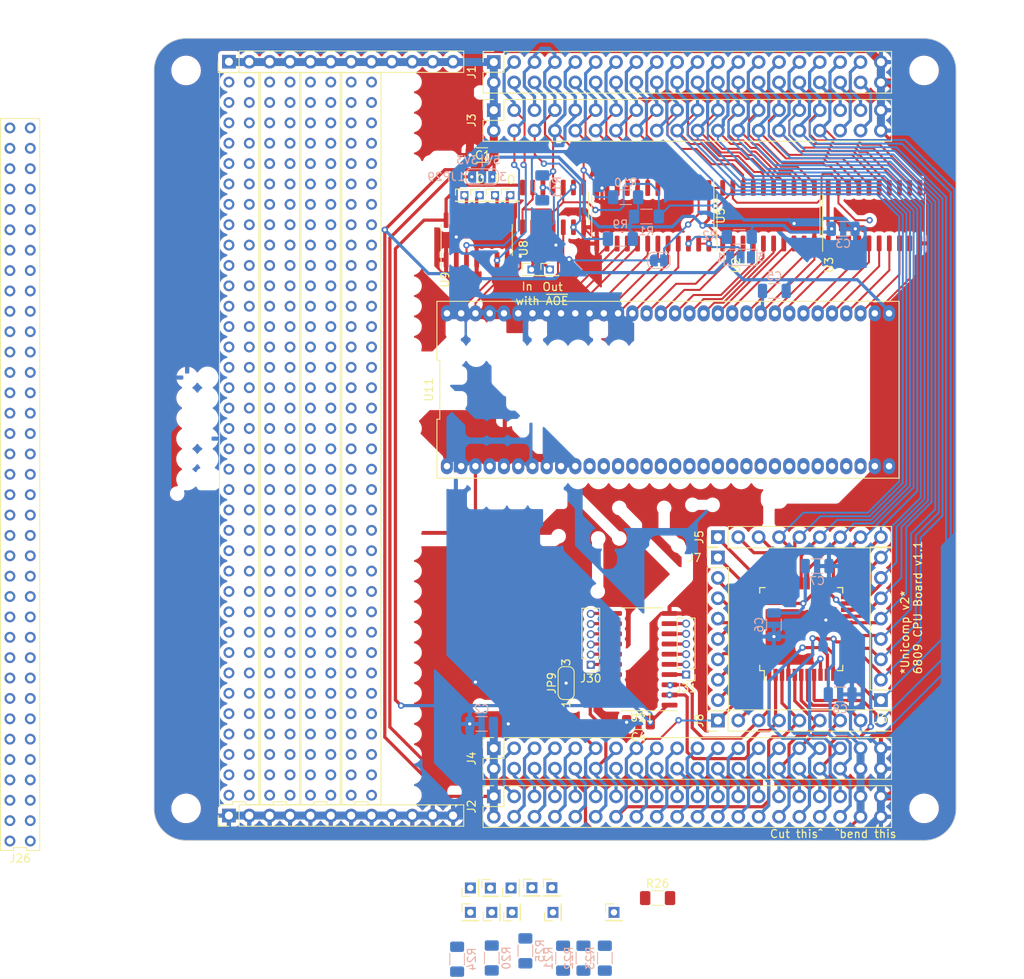
<source format=kicad_pcb>
(kicad_pcb (version 20221018) (generator pcbnew)
  (layers (0 "F.Cu" signal) (31 "B.Cu" signal) (34 "B.Paste" user) (35 "F.Paste" user) (36 "B.SilkS" user "B.Silkscreen") (37 "F.SilkS" user "F.Silkscreen") (38 "B.Mask" user) (39 "F.Mask" user) (44 "Edge.Cuts" user))
  (net 0 "")
  (net 1 "/~{RST}")
  (net 2 "/~{BUSFREE}")
  (net 3 "/~{RAMWE13}")
  (net 4 "/~{RAMWE12}")
  (net 5 "/~{RAMWE11}")
  (net 6 "/~{RAMWE10}")
  (net 7 "GND")
  (net 8 "/D7")
  (net 9 "/D6")
  (net 10 "/D5")
  (net 11 "/D4")
  (net 12 "/D3")
  (net 13 "/D2")
  (net 14 "/D1")
  (net 15 "/D0")
  (net 16 "+5V")
  (net 17 "/A15")
  (net 18 "/A14")
  (net 19 "/A13")
  (net 20 "/A12")
  (net 21 "/A11")
  (net 22 "/A10")
  (net 23 "/A9")
  (net 24 "/A8")
  (net 25 "/A7")
  (net 26 "/A6")
  (net 27 "/A5")
  (net 28 "/A4")
  (net 29 "/A3")
  (net 30 "/A2")
  (net 31 "/A1")
  (net 32 "/A0")
  (net 33 "/CD0")
  (net 34 "/CD1")
  (net 35 "/CD2")
  (net 36 "/CD3")
  (net 37 "/CD4")
  (net 38 "/CD5")
  (net 39 "/CD6")
  (net 40 "/CD7")
  (net 41 "/CA0")
  (net 42 "/CA1")
  (net 43 "/CA2")
  (net 44 "/CA3")
  (net 45 "/CA4")
  (net 46 "/CA5")
  (net 47 "/CA6")
  (net 48 "/CA7")
  (net 49 "/CA8")
  (net 50 "/CA9")
  (net 51 "/CA10")
  (net 52 "/CA11")
  (net 53 "/CA12")
  (net 54 "/CA13")
  (net 55 "/CA14")
  (net 56 "/CA15")
  (net 57 "/~{RAMWE9}")
  (net 58 "/~{RAMWE8}")
  (net 59 "/~{RAMWE7}")
  (net 60 "/~{RAMWE6}")
  (net 61 "/~{RAMWE5}")
  (net 62 "/~{RAMWE4}")
  (net 63 "/TDI")
  (net 64 "/TMS")
  (net 65 "/TCK")
  (net 66 "+3V3")
  (net 67 "/TDO")
  (net 68 "/CLKF")
  (net 69 "/~{RAMWE3}")
  (net 70 "/~{RAMWE2}")
  (net 71 "/~{RAMWE1}")
  (net 72 "/~{RAMWE0}")
  (net 73 "/DDIR")
  (net 74 "/CLKS")
  (net 75 "/MOSI")
  (net 76 "/SCK")
  (net 77 "/~{IOWR}")
  (net 78 "/~{MWR}")
  (net 79 "/~{MRD}")
  (net 80 "/R{slash}~{W}_e")
  (net 81 "/~{IORD}")
  (net 82 "/RX1")
  (net 83 "/RES1")
  (net 84 "/TX1")
  (net 85 "/RES0")
  (net 86 "/TX3")
  (net 87 "/RX3")
  (net 88 "/TX2")
  (net 89 "/RX2")
  (net 169 "/Bus/TDRTN")
  (net 175 "/Bus/A16")
  (net 176 "/Bus/A17")
  (net 177 "/Bus/A18")
  (net 178 "/Bus/A19")
  (net 383 "/~{WR}c")
  (net 384 "/~{AOE}")
  (net 385 "/~{DOE}")
  (net 386 "/~{RD}c")
  (net 387 "Net-(J30-Pin_3)")
  (net 388 "Net-(J30-Pin_4)")
  (net 389 "Net-(J30-Pin_5)")
  (net 390 "Net-(J30-Pin_6)")
  (net 391 "Net-(J31-Pin_3)")
  (net 392 "Net-(J31-Pin_4)")
  (net 393 "Net-(J31-Pin_5)")
  (net 394 "Net-(J31-Pin_6)")
  (net 395 "/R{slash}~{W}")
  (net 396 "/IO0")
  (net 397 "/IO1")
  (net 398 "/IO2")
  (net 399 "/IO3")
  (net 400 "/~{NMI}")
  (net 403 "/~{HALT}")
  (net 405 "/BA")
  (net 406 "/BUSY")
  (net 407 "/Q")
  (net 408 "/E")
  (net 415 "/AVMA")
  (net 416 "/Qe")
  (net 417 "/Ee")
  (net 418 "/PHI0")
  (net 419 "/~{PHI0}")
  (net 420 "/PHI0_c")
  (net 421 "/~{PHI0_c}")
  (net 424 "/Ec")
  (net 425 "/Qc")
  (net 428 "/Buffers/VBuffer")
  (net 429 "Net-(J10-Pin_1)")
  (net 430 "Net-(J11-Pin_1)")
  (net 431 "Net-(J12-Pin_1)")
  (net 432 "Net-(J13-Pin_1)")
  (net 433 "Net-(J14-Pin_1)")
  (net 434 "Net-(J15-Pin_1)")
  (net 435 "Net-(JP8-C)")
  (net 436 "/~{IRQ1}")
  (net 437 "/~{IRQ2}")
  (net 530 "Net-(J30-Pin_1)")
  (net 531 "Net-(J30-Pin_2)")
  (net 532 "Net-(J31-Pin_1)")
  (net 533 "Net-(J31-Pin_2)")
  (net 534 "Net-(JP9-C)")
  (footprint "Connector_PinHeader_2.54mm:PinHeader_1x09_P2.54mm_Vertical" (layer "F.Cu") (at 167.64 130.389005 90)
    (fp_text reference "J8")
    (fp_text value "Conn_01x09")
  )
  (footprint "Jumper:SolderJumper-3_P1.3mm_Open_RoundedPad1.0x1.5mm_NumberLabels" (layer "F.Cu") (at 148.717 125.73 90)
    (fp_text reference "JP9")
    (fp_text value "SolderJumper_3_Open")
  )
  (footprint "Connector_PinHeader_1.27mm:PinHeader_1x01_P1.27mm_Vertical" (layer "F.Cu") (at 136.0424 64.897)
    (fp_text reference "J13" hide)
    (fp_text value "Conn_01x01")
  )
  (footprint "Connector_PinSocket_2.54mm:PinSocket_2x20_P2.54mm_Vertical" (layer "F.Cu") (at 139.7 48.303005 90)
    (fp_text reference "J1")
    (fp_text value "BUS")
  )
  (footprint "Connector_PinHeader_1.27mm:PinHeader_1x01_P1.27mm_Vertical" (layer "F.Cu") (at 141.7574 64.897)
    (fp_text reference "J14" hide)
    (fp_text value "Conn_01x01")
  )
  (footprint "Connector_PinHeader_2.00mm:PinHeader_1x01_P2.00mm_Vertical" (layer "F.Cu") (at 136.779 151.257 90)
    (fp_text reference "J9" hide)
    (fp_text value ".")
  )
  (footprint "Connector_PinHeader_1.27mm:PinHeader_1x01_P1.27mm_Vertical" (layer "F.Cu") (at 144.399 74.168)
    (fp_text reference "J11" hide)
    (fp_text value "Conn_01x01")
  )
  (footprint "Connector_PinHeader_1.27mm:PinHeader_1x06_P1.27mm_Vertical" (layer "F.Cu") (at 163.6776 124.6632 180)
    (fp_text reference "J31")
    (fp_text value "Conn_01x06")
  )
  (footprint "Package_SO:SO-20_5.3x12.6mm_P1.27mm" (layer "F.Cu") (at 187.108172 67.439723 90)
    (fp_text reference "U3")
    (fp_text value "SN74LVC245ANSR")
  )
  (footprint "Connector_PinHeader_2.54mm:PinHeader_1x09_P2.54mm_Vertical" (layer "F.Cu") (at 167.64 107.529005 90)
    (fp_text reference "J5")
    (fp_text value "Conn_01x09")
  )
  (footprint "Connector_PinSocket_2.54mm:PinSocket_2x20_P2.54mm_Vertical" (layer "F.Cu") (at 139.7 133.849005 90)
    (fp_text reference "J4")
    (fp_text value "BUS")
  )
  (footprint "Capacitor_SMD:C_1206_3216Metric" (layer "F.Cu") (at 157.7358 130.6068 180)
    (fp_text reference "C4")
    (fp_text value "100n")
  )
  (footprint "my_own_conn:Proto_2x36" (layer "F.Cu") (at 118.11 95.25)
    (fp_text reference "J24" hide)
    (fp_text value "Conn_02x36_Counter_Clockwise" hide)
  )
  (footprint "Resistor_SMD:R_1206_3216Metric_Pad1.30x1.75mm_HandSolder" (layer "F.Cu") (at 160.121 152.527)
    (fp_text reference "R26")
    (fp_text value "2k2")
  )
  (footprint "Package_SO:SO-20_5.3x12.6mm_P1.27mm" (layer "F.Cu") (at 158.1485 122.7582 180)
    (fp_text reference "U21")
    (fp_text value "SN74LVC245ANSR")
  )
  (footprint "my_own_conn:DIP-64_W19.05mm_P1.77" (layer "F.Cu") (at 133.858 98.679 90)
    (fp_text reference "U11")
    (fp_text value "HD6303XP")
  )
  (footprint "Connector_PinHeader_2.00mm:PinHeader_1x01_P2.00mm_Vertical" (layer "F.Cu") (at 139.446 154.305 90)
    (fp_text reference "J32" hide)
    (fp_text value ".")
  )
  (footprint "Connector_PinHeader_2.00mm:PinHeader_1x01_P2.00mm_Vertical" (layer "F.Cu") (at 139.2682 151.2824)
    (fp_text reference "J16" hide)
    (fp_text value ".")
  )
  (footprint "Connector_PinHeader_1.27mm:PinHeader_1x01_P1.27mm_Vertical" (layer "F.Cu") (at 137.9474 64.897)
    (fp_text reference "J15" hide)
    (fp_text value "Conn_01x01")
  )
  (footprint "Connector_PinHeader_2.00mm:PinHeader_1x01_P2.00mm_Vertical" (layer "F.Cu") (at 154.686 154.305)
    (fp_text reference "J19" hide)
    (fp_text value ".")
  )
  (footprint "Connector_PinHeader_2.00mm:PinHeader_1x01_P2.00mm_Vertical" (layer "F.Cu") (at 147.08 154.305 90)
    (fp_text reference "J29" hide)
    (fp_text value ".")
  )
  (footprint "Connector_PinHeader_2.54mm:PinHeader_1x12_P2.54mm_Vertical" (layer "F.Cu") (at 106.68 142.24 90)
    (fp_text reference "J20" hide)
    (fp_text value "Conn_01x12" hide)
  )
  (footprint "my_own_conn:Proto_2x36" (layer "F.Cu") (at 123.19 95.25)
    (fp_text reference "J25" hide)
    (fp_text value "Conn_02x36_Counter_Clockwise" hide)
  )
  (footprint "Connector_PinHeader_2.00mm:PinHeader_1x01_P2.00mm_Vertical" (layer "F.Cu") (at 136.779 154.305)
    (fp_text reference "J33" hide)
    (fp_text value ".")
  )
  (footprint "Connector_PinSocket_2.54mm:PinSocket_2x20_P2.54mm_Vertical" (layer "F.Cu") (at 139.7 139.849005 90)
    (fp_text reference "J2")
    (fp_text value "BUS")
  )
  (footprint "Connector_PinHeader_1.27mm:PinHeader_1x06_P1.27mm_Vertical" (layer "F.Cu") (at 151.7904 123.444 180)
    (fp_text reference "J30")
    (fp_text value "Conn_01x06")
  )
  (footprint "Connector_PinHeader_2.54mm:PinHeader_1x08_P2.54mm_Vertical" (layer "F.Cu") (at 187.96 127.849005 180)
    (fp_text reference "J6")
    (fp_text value "Conn_01x08")
  )
  (footprint "Package_SO:SO-20_5.3x12.6mm_P1.27mm" (layer "F.Cu") (at 173.950972 67.455923 90)
    (fp_text reference "U2")
    (fp_text value "SN74LVC245ANSR")
  )
  (footprint "MountingHole:MountingHole_3.2mm_M3" (layer "F.Cu") (at 193.34 49.346005)
    (fp_text reference "H3" hide)
    (fp_text value "MountingHole" hide)
  )
  (footprint "Package_SO:SOIC-14_3.9x8.7mm_P1.27mm" (layer "F.Cu") (at 137.5664 70.485 90)
    (fp_text reference "U9")
    (fp_text value "SN74LVC125AD")
  )
  (footprint "Connector_PinHeader_1.27mm:PinHeader_1x01_P1.27mm_Vertical" (layer "F.Cu") (at 139.8524 64.897)
    (fp_text reference "J12" hide)
    (fp_text value "Conn_01x01")
  )
  (footprint "Connector_PinHeader_2.00mm:PinHeader_1x01_P2.00mm_Vertical" (layer "F.Cu") (at 141.986 154.305 90)
    (fp_text reference "J28" hide)
    (fp_text value ".")
  )
  (footprint "my_own_conn:Proto_2x36" (layer "F.Cu") (at 113.03 95.25)
    (fp_text reference "J23" hide)
    (fp_text value "Conn_02x36_Counter_Clockwise" hide)
  )
  (footprint "my_own_conn:Proto_2x36" (layer "F.Cu") (at 80.645 100.965)
    (fp_text reference "J26")
    (fp_text value "Conn_02x36_Counter_Clockwise")
  )
  (footprint "Connector_PinHeader_2.54mm:PinHeader_1x08_P2.54mm_Vertical" (layer "F.Cu") (at 167.64 110.069005)
    (fp_text reference "J7")
    (fp_text value "Conn_01x08")
  )
  (footprint "Connector_PinHeader_1.27mm:PinHeader_1x01_P1.27mm_Vertical" (layer "F.Cu") (at 146.685 74.168)
    (fp_text reference "J10" hide)
    (fp_text value "Conn_01x01")
  )
  (footprint "Connector_PinSocket_2.54mm:PinSocket_2x20_P2.54mm_Vertical" (layer "F.Cu") (at 139.7 54.303005 90)
    (fp_text reference "J3")
    (fp_text value "BUS")
  )
  (footprint "Connector_PinHeader_2.00mm:PinHeader_1x01_P2.00mm_Vertical" (layer "F.Cu") (at 144.4498 151.2316)
    (fp_text reference "J17" hide)
    (fp_text value ".")
  )
  (footprint "Package_SO:SOIC-14_3.9x8.7mm_P1.27mm" (layer "F.Cu") (at 147.0914 66.421 90)
    (fp_text reference "U8")
    (fp_text value "SN74LVC125AD" hide)
  )
  (footprint "Connector_PinHeader_2.00mm:PinHeader_1x01_P2.00mm_Vertical" (layer "F.Cu") (at 146.939 151.2316)
    (fp_text reference "J18" hide)
    (fp_text value ".")
  )
  (footprint "MountingHole:MountingHole_3.2mm_M3" (layer "F.Cu") (at 101.34 49.346005)
    (fp_text reference "H1" hide)
    (fp_text value "MountingHole" hide)
  )
  (footprint "Package_QFP:TQFP-44_10x10mm_P0.8mm" (layer "F.Cu") (at 178.029 118.994805 90)
    (fp_text reference "U1" hide)
    (fp_text value "XC9572VQ44")
  )
  (footprint "MountingHole:MountingHole_3.2mm_M3" (layer "F.Cu") (at 101.34 141.346005)
    (fp_text reference "H2" hide)
    (fp_text value "MountingHole" hide)
  )
  (footprint "Connector_PinHeader_2.00mm:PinHeader_1x01_P2.00mm_Vertical" (layer "F.Cu") (at 141.859 151.257 90)
    (fp_text reference "J27" hide)
    (fp_text value ".")
  )
  (footprint "my_own_conn:Proto_2x36" (layer "F.Cu") (at 107.95 95.25)
    (fp_text reference "J22" hide)
    (fp_text value "Conn_02x36_Counter_Clockwise" hide)
  )
  (footprint "Capacitor_SMD:C_1206_3216Metric" (layer "F.Cu") (at 138.2286 59.8932 180)
    (fp_text reference "C1")
    (fp_text value "100n")
  )
  (footprint "Connector_PinHeader_2.54mm:PinHeader_1x12_P2.54mm_Vertical" (layer "F.Cu") (at 106.68 48.26 90)
    (fp_text reference "J21" hide)
    (fp_text value "Conn_01x12" hide)
  )
  (footprint "Package_SO:SO-24_5.3x15mm_P1.27mm" (layer "F.Cu") (at 159.523772 67.472123 -90)
    (fp_text reference "U5")
    (fp_text value "SN74LVCC3245ANSR")
  )
  (footprint "MountingHole:MountingHole_3.2mm_M3" (layer "F.Cu") (at 193.34 141.346005)
    (fp_text reference "H4" hide)
    (fp_text value "MountingHole" hide)
  )
  (footprint "Jumper:SolderJumper-3_P1.3mm_Open_Pad1.0x1.5mm_NumberLabels" (layer "B.Cu") (at 170.464 72.644)
    (fp_text reference "JP8" hide)
    (fp_text value "Jumper_3_Open" hide)
  )
  (footprint "Capacitor_SMD:C_1206_3216Metric" (layer "B.Cu") (at 174.674 76.835 180)
    (fp_text reference "C5")
    (fp_text value "100n")
  )
  (footprint "Jumper:SolderJumper-3_P1.3mm_Open_RoundedPad1.0x1.5mm_NumberLabels" (layer "B.Cu") (at 138.2568 62.611)
    (fp_text reference "JP29")
    (fp_text value "Vcc")
  )
  (footprint "Resistor_SMD:R_1206_3216Metric_Pad1.30x1.75mm_HandSolder" (layer "B.Cu") (at 145.7452 63.9832 90)
    (fp_text reference "R11")
    (fp_text value "10k")
  )
  (footprint "Capacitor_SMD:C_1206_3216Metric" (layer "B.Cu") (at 138.1778 130.81 180)
    (fp_text reference "C2")
    (fp_text value "100n")
  )
  (footprint "NetTie:NetTie-2_SMD_Pad0.5mm" (layer "B.Cu") (at 147.7772 58.674 180)
    (fp_text reference "NT21" hide)
    (fp_text value "WR" hide)
  )
  (footprint "Resistor_SMD:R_1206_3216Metric_Pad1.30x1.75mm_HandSolder" (layer "B.Cu") (at 153.543 160.02 -90)
    (fp_text reference "R23")
    (fp_text value "2k2")
  )
  (footprint "Resistor_SMD:R_1206_3216Metric_Pad1.30x1.75mm_HandSolder" (layer "B.Cu") (at 139.446 159.994 90)
    (fp_text reference "R20")
    (fp_text value "2k2")
  )
  (footprint "Resistor_SMD:R_1206_3216Metric_Pad1.30x1.75mm_HandSolder" (layer "B.Cu") (at 150.876 160.02 -90)
    (fp_text reference "R22")
    (fp_text value "2k2")
  )
  (footprint "Resistor_SMD:R_1206_3216Metric_Pad1.30x1.75mm_HandSolder" (layer "B.Cu") (at 135.128 160.147 90)
    (fp_text reference "R24")
    (fp_text value "2k2")
  )
  (footprint "Resistor_SMD:R_1206_3216Metric_Pad1.30x1.75mm_HandSolder" (layer "B.Cu") (at 148.336 160.02 -90)
    (fp_text reference "R21")
    (fp_text value "2k2")
  )
  (footprint "Resistor_SMD:R_1206_3216Metric_Pad1.30x1.75mm_HandSolder" (layer "B.Cu") (at 158.7302 67.559)
    (fp_text reference "R1")
    (fp_text value "10k")
  )
  (footprint "Resistor_SMD:R_1206_3216Metric_Pad1.30x1.75mm_HandSolder" (layer "B.Cu") (at 143.637 159.105 90)
    (fp_text reference "R25")
    (fp_text value "2k2")
  )
  (footprint "Capacitor_SMD:C_1206_3216Metric" (layer "B.Cu") (at 180.008 111.135805)
    (fp_text reference "C7")
    (fp_text value "100n")
  )
  (footprint "Capacitor_SMD:C_1206_3216Metric" (layer "B.Cu") (at 182.88 127.137805)
    (fp_text reference "C8")
    (fp_text value "100n")
  )
  (footprint "Capacitor_SMD:C_1206_3216Metric" (layer "B.Cu") (at 183.261 69.088)
    (fp_text reference "C3")
    (fp_text value "100n")
  )
  (footprint "Resistor_SMD:R_1206_3216Metric_Pad1.30x1.75mm_HandSolder" (layer "B.Cu") (at 156.1388 65.146 180)
    (fp_text reference "R10")
    (fp_text value "10k")
  )
  (footprint "NetTie:NetTie-2_SMD_Pad0.5mm" (layer "B.Cu") (at 146.1008 46.6344)
    (fp_text reference "NT20" hide)
    (fp_text value "RD" hide)
  )
  (footprint "Resistor_SMD:R_1206_3216Metric_Pad1.30x1.75mm_HandSolder" (layer "B.Cu") (at 155.4778 70.353 180)
    (fp_text reference "R9")
    (fp_text value "10k" hide)
  )
  (footprint "Resistor_SMD:R_1206_3216Metric_Pad1.30x1.75mm_HandSolder" (layer "B.Cu") (at 170.307 70.104 180)
    (fp_text reference "R2")
    (fp_text value "10k")
  )
  (footprint "Capacitor_SMD:C_1206_3216Metric" (layer "B.Cu") (at 174.625 118.452805 -90)
    (fp_text reference "C6")
    (fp_text value "100n")
  )
  (footprint "Jumper:SolderJumper-2_P1.3mm_Bridged_RoundedPad1.0x1.5mm" (layer "B.Cu") (at 160.289 73.025 180)
    (fp_text reference "JP20" hide)
    (fp_text value "RW")
  )
  (gr_line (start 97.34 49.346005) (end 97.34 141.346005) (stroke (width 0.1)) (layer "Edge.Cuts"))
  (gr_arc (start 97.34 49.346005) (mid 98.511573 46.517578) (end 101.34 45.346005) (stroke (width 0.1)) (layer "Edge.Cuts"))
  (gr_arc (start 193.34 45.346005) (mid 196.168427 46.517578) (end 197.34 49.346005) (stroke (width 0.1)) (layer "Edge.Cuts"))
  (gr_arc (start 197.34 141.346005) (mid 196.168427 144.174432) (end 193.34 145.346005) (stroke (width 0.1)) (layer "Edge.Cuts"))
  (gr_line (start 197.34 141.346005) (end 197.34 49.346005) (stroke (width 0.1)) (layer "Edge.Cuts"))
  (gr_line (start 193.34 45.346005) (end 101.34 45.346005) (stroke (width 0.1)) (layer "Edge.Cuts"))
  (gr_arc (start 101.34 145.346005) (mid 98.511573 144.174432) (end 97.34 141.346005) (stroke (width 0.1)) (layer "Edge.Cuts"))
  (gr_line (start 193.34 145.346005) (end 101.34 145.346005) (stroke (width 0.1)) (layer "Edge.Cuts"))
  (gr_text "5V|3V3" (at 140.6398 61.1124) (layer "B.SilkS") (effects (font (size 1 1)) (justify left bottom mirror)))
  (gr_text "I\n" (at 135.8138 63.4746) (layer "F.SilkS") (effects (font (size 1 1)) (justify left bottom)))
  (gr_text "In" (at 143.0782 76.8604) (layer "F.SilkS") (effects (font (size 1 1)) (justify left bottom)))
  (gr_text "with ~{AOE}" (at 142.3162 78.6638) (layer "F.SilkS") (effects (font (size 1 1)) (justify left bottom)))
  (gr_text "Out" (at 145.669 76.9112) (layer "F.SilkS") (effects (font (size 1 1)) (justify left bottom)))
  (gr_text "*Unicomp v2*\n6809 CPU Board v1.1" (at 191.77 124.714 90) (layer "F.SilkS") (effects (font (size 1 1)) (justify left)))
  (gr_text "O" (at 137.414 63.4492) (layer "F.SilkS") (effects (font (size 1 1)) (justify left bottom)))
  (gr_text "Cut this^  ^bend this" (at 189.992 144.526) (layer "F.SilkS") (effects (font (size 1 1)) (justify right)))
  (gr_text "O" (at 141.224 63.5508) (layer "F.SilkS") (effects (font (size 1 1)) (justify left bottom)))
  (gr_text "I" (at 139.6492 63.4746) (layer "F.SilkS") (effects (font (size 1 1)) (justify left bottom)))
  (segment (start 160.02 50.843005) (end 160.02 52.045086) (width 0.4) (layer "B.Cu") (net 1))
  (segment (start 161.273253 53.298339) (end 161.273253 55.513457) (width 0.4) (layer "B.Cu") (net 1))
  (segment (start 160.02 52.045086) (end 161.273253 53.298339) (width 0.4) (layer "B.Cu") (net 1))
  (segment (start 161.273253 55.513457) (end 160.02 56.76671) (width 0.4) (layer "B.Cu") (net 1))
  (segment (start 170.78 122.718805) (end 170.78 127.249005) (width 0.4) (layer "F.Cu") (net 2))
  (segment (start 170.78 127.249005) (end 167.64 130.389005) (width 0.4) (layer "F.Cu") (net 2))
  (segment (start 171.304 122.194805) (end 170.78 122.718805) (width 0.4) (layer "F.Cu") (net 2))
  (segment (start 157.48 133.849005) (end 158.655 132.674005) (width 0.25) (layer "F.Cu") (net 2))
  (segment (start 158.655 132.674005) (end 160.416595 132.674005) (width 0.25) (layer "F.Cu") (net 2))
  (segment (start 172.329 122.194805) (end 171.304 122.194805) (width 0.4) (layer "F.Cu") (net 2))
  (segment (start 160.416595 132.674005) (end 162.7378 130.3528) (width 0.25) (layer "F.Cu") (net 2))
  (via (at 162.7378 130.3528) (size 0.8) (drill 0.4) (layers "F.Cu" "B.Cu") (net 2))
  (segment (start 162.7378 130.3528) (end 162.774005 130.389005) (width 0.25) (layer "B.Cu") (net 2))
  (segment (start 156.23 137.053) (end 157.48 138.303) (width 0.4) (layer "B.Cu") (net 2))
  (segment (start 156.23 135.1753) (end 156.23 137.053) (width 0.4) (layer "B.Cu") (net 2))
  (segment (start 157.48 138.303) (end 157.48 139.7) (width 0.4) (layer "B.Cu") (net 2))
  (segment (start 162.774005 130.389005) (end 167.64 130.389005) (width 0.25) (layer "B.Cu") (net 2))
  (segment (start 157.48 133.9253) (end 156.23 135.1753) (width 0.4) (layer "B.Cu") (net 2))
  (segment (start 157.48 142.24) (end 158.73 140.99) (width 0.4) (layer "B.Cu") (net 3))
  (segment (start 158.73 138.156) (end 157.48 136.906) (width 0.4) (layer "B.Cu") (net 3))
  (segment (start 158.73 140.99) (end 158.73 138.156) (width 0.4) (layer "B.Cu") (net 3))
  (segment (start 160.02 138.303) (end 158.77 137.053) (width 0.4) (layer "B.Cu") (net 4))
  (segment (start 160.02 139.7) (end 160.02 138.303) (width 0.4) (layer "B.Cu") (net 4))
  (segment (start 158.77 135.099005) (end 160.02 133.849005) (width 0.4) (layer "B.Cu") (net 4))
  (segment (start 158.77 137.053) (end 158.77 135.099005) (width 0.4) (layer "B.Cu") (net 4))
  (segment (start 160.02 136.906) (end 161.27 138.156) (width 0.4) (layer "B.Cu") (net 5))
  (segment (start 161.27 140.99) (end 160.02 142.24) (width 0.4) (layer "B.Cu") (net 5))
  (segment (start 161.27 138.156) (end 161.27 140.99) (width 0.4) (layer "B.Cu") (net 5))
  (segment (start 162.56 138.303) (end 161.29 137.033) (width 0.4) (layer "B.Cu") (net 6))
  (segment (start 161.29 137.033) (end 161.29 135.119005) (width 0.4) (layer "B.Cu") (net 6))
  (segment (start 162.56 139.7) (end 162.56 138.303) (width 0.4) (layer "B.Cu") (net 6))
  (segment (start 161.29 135.119005) (end 162.56 133.849005) (width 0.4) (layer "B.Cu") (net 6))
  (segment (start 176.429 124.694805) (end 176.429 121.731797) (width 0.4) (layer "F.Cu") (net 7))
  (segment (start 136.7282 59.8424) (end 136.7282 48.174805) (width 1) (layer "F.Cu") (net 7))
  (segment (start 138.0744 70.104) (end 138.8364 69.342) (width 0.4) (layer "F.Cu") (net 7))
  (segment (start 138.8364 69.342) (end 138.8364 68.01) (width 0.4) (layer "F.Cu") (net 7))
  (segment (start 179.665972 72.937028) (end 172.974 79.629) (width 0.25) (layer "F.Cu") (net 7))
  (segment (start 159.3088 118.3132) (end 160.5788 117.0432) (width 0.4) (layer "F.Cu") (net 7))
  (segment (start 186.342195 46.6852) (end 187.96 48.303005) (width 1) (layer "F.Cu") (net 7))
  (segment (start 183.729 118.994805) (end 182.23 118.994805) (width 0.4) (layer "F.Cu") (net 7))
  (segment (start 136.7282 48.174805) (end 138.217805 46.6852) (width 1) (layer "F.Cu") (net 7))
  (segment (start 141.5034 130.81) (end 136.7028 130.81) (width 0.4) (layer "F.Cu") (net 7))
  (segment (start 152.33 129.1652) (end 153.7716 130.6068) (width 0.4) (layer "F.Cu") (net 7))
  (segment (start 135.0264 70.104) (end 135.0264 70.104008) (width 0.4) (layer "F.Cu") (net 7))
  (segment (start 179.665972 69.115023) (end 178.978539 68.42759) (width 0.4) (layer "F.Cu") (net 7))
  (segment (start 187.96 56.843005) (end 193.523172 62.406177) (width 0.4) (layer "F.Cu") (net 7))
  (segment (start 196.84 58.664) (end 189.019005 50.843005) (width 1) (layer "F.Cu") (net 7))
  (segment (start 154.686 127.2032) (end 152.5016 127.2032) (width 0.4) (layer "F.Cu") (net 7))
  (segment (start 196.84 132.09) (end 196.84 58.664) (width 1) (layer "F.Cu") (net 7))
  (segment (start 133.7564 71.374) (end 135.0264 70.104) (width 0.4) (layer "F.Cu") (net 7))
  (segment (start 136.8044 70.104) (end 138.0744 70.104) (width 0.4) (layer "F.Cu") (net 7))
  (segment (start 179.665972 70.782223) (end 179.665972 69.115023) (width 0.4) (layer "F.Cu") (net 7))
  (segment (start 160.5788 117.0432) (end 161.611 117.0432) (width 0.4) (layer "F.Cu") (net 7))
  (segment (start 180.429 113.294805) (end 180.429 117.193805) (width 0.4) (layer "F.Cu") (net 7))
  (segment (start 192.365972 69.089623) (end 184.773176 69.089623) (width 0.4) (layer "F.Cu") (net 7))
  (segment (start 193.523172 67.932423) (end 192.365972 69.089623) (width 0.4) (layer "F.Cu") (net 7))
  (segment (start 152.33 127.3748) (end 152.33 129.1652) (width 0.4) (layer "F.Cu") (net 7))
  (segment (start 189.019005 50.843005) (end 187.96 50.843005) (width 1) (layer "F.Cu") (net 7))
  (segment (start 180.429 117.193805) (end 181.102 117.866805) (width 0.4) (layer "F.Cu") (net 7))
  (segment (start 137.5664 70.866) (end 137.5664 72.96) (width 0.4) (layer "F.Cu") (net 7))
  (segment (start 151.8096 68.9164) (end 153.1874 67.5386) (width 0.4) (layer "F.Cu") (net 7))
  (segment (start 153.808772 64.009623) (end 152.538772 64.009623) (width 0.25) (layer "F.Cu") (net 7))
  (segment (start 192.823172 70.902223) (end 192.823172 69.546823) (width 0.4) (layer "F.Cu") (net 7))
  (segment (start 140.4874 70.104) (end 141.3764 70.993) (width 0.4) (layer "F.Cu") (net 7))
  (segment (start 152.538772 70.624823) (end 150.862372 68.948423) (width 0.25) (layer "F.Cu") (net 7))
  (segment (start 136.8044 70.104) (end 137.5664 70.866) (width 0.4) (layer "F.Cu") (net 7))
  (segment (start 175.172008 120.474805) (end 174.625 119.927797) (width 0.4) (layer "F.Cu") (net 7))
  (segment (start 176.429 121.731797) (end 174.625 119.927797) (width 0.4) (layer "F.Cu") (net 7))
  (segment (start 189.080995 139.849005) (end 196.84 132.09) (width 1) (layer "F.Cu") (net 7))
  (segment (start 138.0744 70.104) (end 140.4874 70.104) (width 0.4) (layer "F.Cu") (net 7))
  (segment (start 152.5016 127.2032) (end 152.33 127.3748) (width 0.4) (layer "F.Cu") (net 7))
  (segment (start 193.523172 62.406177) (end 193.523172 67.932423) (width 0.4) (layer "F.Cu") (net 7))
  (segment (start 179.665972 70.918423) (end 179.665972 72.937028) (width 0.25) (layer "F.Cu") (net 7))
  (segment (start 153.7716 130.6068) (end 156.2608 130.6068) (width 0.4) (layer "F.Cu") (net 7))
  (segment (start 159.3088 124.6632) (end 159.3088 118.3132) (width 0.4) (layer "F.Cu") (net 7))
  (segment (start 153.1874 67.5386) (end 153.1874 64.009623) (width 0.4) (layer "F.Cu") (net 7))
  (segment (start 133.7564 72.96) (end 133.7564 71.374) (width 0.4) (layer "F.Cu") (net 7))
  (segment (start 154.686 127.2032) (end 156.7688 127.2032) (width 0.4) (layer "F.Cu") (net 7))
  (segment (start 135.0264 70.104) (end 135.0264 68.01) (width 0.4) (layer "F.Cu") (net 7))
  (segment (start 150.9318 68.9164) (end 151.8096 68.9164) (width 0.4) (layer "F.Cu") (net 7))
  (segment (start 135.0264 70.104) (end 136.8044 70.104) (width 0.4) (layer "F.Cu") (net 7))
  (segment (start 182.23 118.994805) (end 181.102 117.866805) (width 0.4) (layer "F.Cu") (net 7))
  (segment (start 178.978539 68.42759) (end 177.139597 68.42759) (width 0.4) (layer "F.Cu") (net 7))
  (segment (start 152.538772 64.009623) (end 153.1874 64.009623) (width 0.25) (layer "F.Cu") (net 7))
  (segment (start 187.96 139.849005) (end 189.080995 139.849005) (width 1) (layer "F.Cu") (net 7))
  (segment (start 156.7688 127.2032) (end 159.3088 124.6632) (width 0.4) (layer "F.Cu") (net 7))
  (segment (start 192.823172 69.546823) (end 192.365972 69.089623) (width 0.4) (layer "F.Cu") (net 7))
  (segment (start 138.217805 46.6852) (end 186.342195 46.6852) (width 1) (layer "F.Cu") (net 7))
  (segment (start 141.3764 70.993) (end 141.3764 72.96) (width 0.4) (layer "F.Cu") (net 7))
  (via (at 177.139597 68.42759) (size 0.8) (drill 0.4) (layers "F.Cu" "B.Cu") (net 7))
  (via (at 136.7536 59.8932) (size 0.8) (drill 0.4) (layers "F.Cu" "B.Cu") (net 7))
  (via (at 135.0264 70.104008) (size 0.8) (drill 0.4) (layers "F.Cu" "B.Cu") (net 7))
  (via (at 174.625 119.927797) (size 0.8) (drill 0.4) (layers "F.Cu" "B.Cu") (net 7))
  (via (at 156.2608 130.6068) (size 0.8) (drill 0.4) (layers "F.Cu" "B.Cu") (net 7))
  (via (at 153.1874 64.009623) (size 0.8) (drill 0.4) (layers "F.Cu" "B.Cu") (net 7))
  (via (at 184.773176 69.089623) (size 0.8) (drill 0.4) (layers "F.Cu" "B.Cu") (net 7))
  (via (at 136.7028 130.81) (size 0.8) (drill 0.4) (layers "F.Cu" "B.Cu") (net 7))
  (via (at 141.5034 130.81) (size 0.8) (drill 0.4) (layers "F.Cu" "B.Cu") (net 7))
  (via (at 181.102 117.866805) (size 0.8) (drill 0.4) (layers "F.Cu" "B.Cu") (net 7))
  (segment (start 177.1396 68.4276) (end 176.6824 67.9704) (width 0.4) (layer "B.Cu") (net 7))
  (segment (start 173.199 76.835) (end 173.199 79.404) (width 0.4) (layer "B.Cu") (net 7))
  (segment (start 176.686 117.866805) (end 181.102 117.866805) (width 0.4) (layer "B.Cu") (net 7))
  (segment (start 187.96 48.26) (end 187.96 50.8) (width 1) (layer "B.Cu") (net 7))
  (segment (start 141.7066 130.6068) (end 141.5034 130.81) (width 0.4) (layer "B.Cu") (net 7))
  (segment (start 185.674 144.526) (end 187.96 142.24) (width 1) (layer "B.Cu") (net 7))
  (segment (start 187.96 139.7) (end 187.96 133.7) (width 1) (layer "B.Cu") (net 7))
  (segment (start 153.1874 64.009623) (end 154.692623 62.5044) (width 0.4) (layer "B.Cu") (net 7))
  (segment (start 165.3998 62.5044) (end 170.8658 67.9704) (width 0.4) (layer "B.Cu") (net 7))
  (segment (start 153.1874 64.009623) (end 153.1874 62.5094) (width 0.4) (layer "B.Cu") (net 7))
  (segment (start 156.2608 130.6068) (end 141.7066 130.6068) (width 0.4) (layer "B.Cu") (net 7))
  (segment (start 136.7028 130.81) (end 136.7028 140.1572) (width 1) (layer "B.Cu") (net 7))
  (segment (start 154.692623 62.5044) (end 165.3998 62.5044) (width 0.4) (layer "B.Cu") (net 7))
  (segment (start 184.17 127.322805) (end 184.17 131.465) (width 0.4) (layer "B.Cu") (net 7))
  (segment (start 176.6824 67.9704) (end 176.1998 67.9704) (width 0.4) (layer "B.Cu") (net 7))
  (segment (start 135.0264 61.6458) (end 135.0264 70.104008) (width 0.4) (layer "B.Cu") (net 7))
  (segment (start 138.43 144.526) (end 153.6192 144.526) (width 1) (layer "B.Cu") (net 7))
  (segment (start 181.483 111.135805) (end 181.483 117.485805) (width 0.4) (layer "B.Cu") (net 7))
  (segment (start 185.258 132.553) (end 186.663995 132.553) (width 0.4) (layer "B.Cu") (net 7))
  (segment (start 136.7028 140.1572) (end 134.62 142.24) (width 1) (layer "B.Cu") (net 7))
  (segment (start 183.436 67.788) (end 184.736 69.088) (width 0.4) (layer "B.Cu") (net 7))
  (segment (start 187.96 142.24) (end 187.96 139.7) (width 1) (layer "B.Cu") (net 7))
  (segment (start 180.705436 67.788) (end 183.436 67.788) (width 0.4) (layer "B.Cu") (net 7))
  (segment (start 187.963253 56.849864) (end 187.963253 54.309864) (width 1) (layer "B.Cu") (net 7))
  (segment (start 184.277 120.831069) (end 181.312736 117.866805) (width 0.4) (layer "B.Cu") (net 7))
  (segment (start 153.1874 62.5094) (end 150.1394 59.4614) (width 0.4) (layer "B.Cu") (net 7))
  (segment (start 181.483 117.485805) (end 181.102 117.866805) (width 0.4) (layer "B.Cu") (net 7))
  (segment (start 170.8658 67.9704) (end 176.1998 67.9704) (width 0.4) (layer "B.Cu") (net 7))
  (segment (start 106.68 142.24) (end 136.144 142.24) (width 1) (layer "B.Cu") (net 7))
  (segment (start 181.312736 117.866805) (end 181.102 117.866805) (width 0.4) (layer "B.Cu") (net 7))
  (segment (start 153.6192 144.526) (end 185.674 144.526) (width 1) (layer "B.Cu") (net 7))
  (segment (start 150.1394 59.4614) (end 137.2108 59.4614) (width 0.4) (layer "B.Cu") (net 7))
  (segment (start 186.663995 132.553) (end 187.96 133.849005) (width 0.4) (layer "B.Cu") (net 7))
  (segment (start 136.144 142.24) (end 138.43 144.526) (width 1) (layer "B.Cu") (net 7))
  (segment (start 174.625 119.927805) (end 176.686 117.866805) (width 0.4) (layer "B.Cu") (net 7))
  (segment (start 184.17 131.465) (end 185.258 132.553) (width 0.4) (layer "B.Cu") (net 7))
  (segment (start 187.963253 54.309864) (end 187.963253 48.309864) (width 1) (layer "B.Cu") (net 7))
  (segment (start 180.523036 67.9704) (end 176.1998 67.9704) (width 0.4) (layer "B.Cu") (net 7))
  (segment (start 173.199 79.404) (end 172.974 79.629) (width 0.4) (layer "B.Cu") (net 7))
  (segment (start 180.523036 67.9704) (end 180.705436 67.788) (width 0.4) (layer "B.Cu") (net 7))
  (segment (start 184.277 127.059805) (end 184.277 120.831069) (width 0.4) (layer "B.Cu") (net 7))
  (segment (start 137.2108 59.4614) (end 135.0264 61.6458) (width 0.4) (layer "B.Cu") (net 7))
  (segment (start 158.756372 57.413195) (end 158.756372 55.605428) (width 0.25) (layer "F.Cu") (net 8))
  (segment (start 158.756372 55.605428) (end 160.006372 54.355428) (width 0.25) (layer "F.Cu") (net 8))
  (segment (start 163.968772 62.625595) (end 158.756372 57.413195) (width 0.25) (layer "F.Cu") (net 8))
  (segment (start 163.968772 64.009623) (end 163.968772 62.625595) (width 0.25) (layer "F.Cu") (net 8))
  (segment (start 158.77 51.963) (end 160.02 53.213) (width 0.4) (layer "B.Cu") (net 8))
  (segment (start 158.77 49.553005) (end 158.77 51.963) (width 0.4) (layer "B.Cu") (net 8))
  (segment (start 160.02 53.213) (end 160.02 54.303005) (width 0.4) (layer "B.Cu") (net 8))
  (segment (start 160.02 48.303005) (end 158.77 49.553005) (width 0.4) (layer "B.Cu") (net 8))
  (segment (start 162.698772 62.127828) (end 157.466372 56.895428) (width 0.25) (layer "F.Cu") (net 9))
  (segment (start 162.698772 64.009623) (end 162.698772 62.127828) (width 0.25) (layer "F.Cu") (net 9))
  (segment (start 157.48 51.689) (end 157.48 50.843005) (width 0.4) (layer "B.Cu") (net 9))
  (segment (start 158.733253 55.388747) (end 158.733253 52.942253) (width 0.4) (layer "B.Cu") (net 9))
  (segment (start 157.483253 56.638747) (end 158.733253 55.388747) (width 0.4) (layer "B.Cu") (net 9))
  (segment (start 158.733253 52.942253) (end 157.48 51.689) (width 0.4) (layer "B.Cu") (net 9))
  (segment (start 156.216372 55.605428) (end 157.466372 54.355428) (width 0.25) (layer "F.Cu") (net 10))
  (segment (start 156.216372 57.552623) (end 156.216372 55.605428) (width 0.25) (layer "F.Cu") (net 10))
  (segment (start 161.428772 62.765023) (end 156.216372 57.552623) (width 0.25) (layer "F.Cu") (net 10))
  (segment (start 161.428772 64.009623) (end 161.428772 62.765023) (width 0.25) (layer "F.Cu") (net 10))
  (segment (start 156.23 49.553005) (end 156.23 51.836) (width 0.4) (layer "B.Cu") (net 10))
  (segment (start 157.48 53.086) (end 157.48 54.303005) (width 0.4) (layer "B.Cu") (net 10))
  (segment (start 157.48 48.303005) (end 156.23 49.553005) (width 0.4) (layer "B.Cu") (net 10))
  (segment (start 156.23 51.836) (end 157.48 53.086) (width 0.4) (layer "B.Cu") (net 10))
  (segment (start 160.158772 62.499299) (end 154.926372 57.266899) (width 0.25) (layer "F.Cu") (net 11))
  (segment (start 160.158772 64.009623) (end 160.158772 62.499299) (width 0.25) (layer "F.Cu") (net 11))
  (segment (start 154.94 51.816) (end 156.213253 53.089253) (width 0.4) (layer "B.Cu") (net 11))
  (segment (start 156.213253 55.493457) (end 154.943253 56.763457) (width 0.4) (layer "B.Cu") (net 11))
  (segment (start 154.94 50.843005) (end 154.94 51.816) (width 0.4) (layer "B.Cu") (net 11))
  (segment (start 156.213253 53.089253) (end 156.213253 55.493457) (width 0.4) (layer "B.Cu") (net 11))
  (segment (start 158.888772 62.587223) (end 153.729872 57.428323) (width 0.25) (layer "F.Cu") (net 12))
  (segment (start 153.729872 57.428323) (end 153.729872 55.551928) (width 0.25) (layer "F.Cu") (net 12))
  (segment (start 158.888772 64.009623) (end 158.888772 62.587223) (width 0.25) (layer "F.Cu") (net 12))
  (segment (start 153.729872 55.551928) (end 154.926372 54.355428) (width 0.25) (layer "F.Cu") (net 12))
  (segment (start 154.94 53.213) (end 154.94 54.303005) (width 0.4) (layer "B.Cu") (net 12))
  (segment (start 153.69 49.553005) (end 153.69 51.963) (width 0.4) (layer "B.Cu") (net 12))
  (segment (start 154.94 48.303005) (end 153.69 49.553005) (width 0.4) (layer "B.Cu") (net 12))
  (segment (start 153.69 51.963) (end 154.94 53.213) (width 0.4) (layer "B.Cu") (net 12))
  (segment (start 157.618772 64.009623) (end 157.618772 62.127828) (width 0.25) (layer "F.Cu") (net 13))
  (segment (start 157.618772 62.127828) (end 152.386372 56.895428) (width 0.25) (layer "F.Cu") (net 13))
  (segment (start 153.673253 55.493457) (end 153.673253 52.962253) (width 0.4) (layer "B.Cu") (net 13))
  (segment (start 152.403253 56.763457) (end 153.673253 55.493457) (width 0.4) (layer "B.Cu") (net 13))
  (segment (start 153.673253 52.962253) (end 152.4 51.689) (width 0.4) (layer "B.Cu") (net 13))
  (segment (start 152.4 51.689) (end 152.4 50.843005) (width 0.4) (layer "B.Cu") (net 13))
  (segment (start 151.136372 57.482981) (end 151.136372 55.605428) (width 0.25) (layer "F.Cu") (net 14))
  (segment (start 156.348772 62.695381) (end 151.136372 57.482981) (width 0.25) (layer "F.Cu") (net 14))
  (segment (start 151.136372 55.605428) (end 152.386372 54.355428) (width 0.25) (layer "F.Cu") (net 14))
  (segment (start 156.348772 64.009623) (end 156.348772 62.695381) (width 0.25) (layer "F.Cu") (net 14))
  (segment (start 152.4 52.959) (end 152.4 54.303005) (width 0.4) (layer "B.Cu") (net 14))
  (segment (start 152.403253 48.458869) (end 151.15 49.712122) (width 0.4) (layer "B.Cu") (net 14))
  (segment (start 151.15 49.712122) (end 151.15 51.709) (width 0.4) (layer "B.Cu") (net 14))
  (segment (start 151.15 51.709) (end 152.4 52.959) (width 0.4) (layer "B.Cu") (net 14))
  (segment (start 155.078772 62.061777) (end 149.86 56.843005) (width 0.25) (layer "F.Cu") (net 15))
  (segment (start 155.078772 64.009623) (end 155.078772 62.061777) (width 0.25) (layer "F.Cu") (net 15))
  (segment (start 151.113253 52.520781) (end 149.86 51.267528) (width 0.4) (layer "B.Cu") (net 15))
  (segment (start 151.113253 55.473457) (end 151.113253 52.520781) (width 0.4) (layer "B.Cu") (net 15))
  (segment (start 149.863253 56.723457) (end 151.113253 55.473457) (width 0.4) (layer "B.Cu") (net 15))
  (segment (start 126.111 69.215) (end 126.111 132.461) (width 0.4) (layer "F.Cu") (net 16))
  (segment (start 139.729 62.4388) (end 139.5568 62.611) (width 0.4) (layer "F.Cu") (net 16))
  (segment (start 139.729 59.8932) (end 139.729 62.4388) (width 0.4) (layer "F.Cu") (net 16))
  (segment (start 133.499005 139.849005) (end 139.7 139.849005) (width 0.4) (layer "F.Cu") (net 16))
  (segment (start 139.7036 59.8932) (end 139.7036 60.7024) (width 0.4) (layer "F.Cu") (net 16))
  (segment (start 138.684 61.722) (end 133.604 61.722) (width 0.4) (layer "F.Cu") (net 16))
  (segment (start 133.604 61.722) (end 126.111 69.215) (width 0.4) (layer "F.Cu") (net 16))
  (segment (start 139.7 56.843005) (end 139.7 59.8206) (width 1) (layer "F.Cu") (net 16))
  (segment (start 139.7036 60.7024) (end 138.684 61.722) (width 0.4) (layer "F.Cu") (net 16))
  (segment (start 126.111 132.461) (end 133.499005 139.849005) (width 0.4) (layer "F.Cu") (net 16))
  (via (at 126.111 69.215) (size 0.8) (drill 0.4) (layers "F.Cu" "B.Cu") (net 16))
  (via (at 139.5568 62.611) (size 0.8) (drill 0.4) (layers "F.Cu" "B.Cu") (net 16))
  (segment (start 176.149 76.835) (end 176.149 76.2) (width 0.4) (layer "B.Cu") (net 16))
  (segment (start 169.164 72.644) (end 169.164 73.794) (width 0.4) (layer "B.Cu") (net 16))
  (segment (start 176.149 76.2) (end 176.911 75.438) (width 0.4) (layer "B.Cu") (net 16))
  (segment (start 139.703253 54.309864) (end 139.703253 48.309864) (width 1) (layer "B.Cu") (net 16))
  (segment (start 139.7 48.303005) (end 106.723005 48.303005) (width 1) (layer "B.Cu") (net 16))
  (segment (start 139.7 133.849005) (end 139.7 132.08) (width 1) (layer "B.Cu") (net 16))
  (segment (start 169.164 73.794) (end 170.808 75.438) (width 0.4) (layer "B.Cu") (net 16))
  (segment (start 139.7 139.7) (end 139.7 133.7) (width 1) (layer "B.Cu") (net 16))
  (segment (start 131.572 74.676) (end 137.16 74.676) (width 0.4) (layer "B.Cu") (net 16))
  (segment (start 188.976 79.379) (end 188.976 79.629) (width 0.4) (layer "B.Cu") (net 16))
  (segment (start 137.795 75.311) (end 147.342 75.311) (width 0.4) (layer "B.Cu") (net 16))
  (segment (start 139.7 132.08) (end 139.7 130.8572) (width 1) (layer "B.Cu") (net 16))
  (segment (start 147.342 75.311) (end 148.104 74.549) (width 0.4) (layer "B.Cu") (net 16))
  (segment (start 185.035 75.438) (end 188.976 79.379) (width 0.4) (layer "B.Cu") (net 16))
  (segment (start 139.7 130.81) (end 139.7 132.08) (width 1) (layer "B.Cu") (net 16))
  (segment (start 167.259 74.549) (end 169.164 72.644) (width 0.4) (layer "B.Cu") (net 16))
  (segment (start 170.808 75.438) (end 176.911 75.438) (width 0.4) (layer "B.Cu") (net 16))
  (segment (start 139.703253 54.309864) (end 139.703253 56.849864) (width 1) (layer "B.Cu") (net 16))
  (segment (start 139.7 139.7) (end 139.7 142.24) (width 1) (layer "B.Cu") (net 16))
  (segment (start 148.104 74.549) (end 167.259 74.549) (width 0.4) (layer "B.Cu") (net 16))
  (segment (start 137.16 74.676) (end 137.795 75.311) (width 0.4) (layer "B.Cu") (net 16))
  (segment (start 126.111 69.215) (end 131.572 74.676) (width 0.4) (layer "B.Cu") (net 16))
  (segment (start 176.911 75.438) (end 185.035 75.438) (width 0.4) (layer "B.Cu") (net 16))
  (segment (start 179.484764 128.499805) (end 183.5308 128.499805) (width 0.4) (layer "F.Cu") (net 17))
  (segment (start 183.5308 128.499805) (end 185.42 130.389005) (width 0.4) (layer "F.Cu") (net 17))
  (segment (start 178.829 124.694805) (end 178.829 127.844041) (width 0.4) (layer "F.Cu") (net 17))
  (segment (start 178.829 127.844041) (end 179.484764 128.499805) (width 0.4) (layer "F.Cu") (net 17))
  (segment (start 182.379671 58.070428) (end 185.105977 58.070428) (width 0.25) (layer "F.Cu") (net 17))
  (segment (start 185.634972 58.599423) (end 187.834623 58.599423) (width 0.25) (layer "F.Cu") (net 17))
  (segment (start 180.326372 56.895428) (end 181.204671 56.895428) (width 0.25) (layer "F.Cu") (net 17))
  (segment (start 181.204671 56.895428) (end 182.379671 58.070428) (width 0.25) (layer "F.Cu") (net 17))
  (segment (start 185.105977 58.070428) (end 185.634972 58.599423) (width 0.25) (layer "F.Cu") (net 17))
  (segment (start 187.834623 58.599423) (end 192.823172 63.587972) (width 0.25) (layer "F.Cu") (net 17))
  (segment (start 181.593253 52.387276) (end 181.593253 55.599864) (width 0.4) (layer "B.Cu") (net 17))
  (segment (start 190.96612 58.02) (end 181.3116 58.02) (width 0.25) (layer "B.Cu") (net 17))
  (segment (start 185.781914 131.953) (end 188.3156 131.953) (width 0.25) (layer "B.Cu") (net 17))
  (segment (start 181.3116 58.02) (end 180.34 57.0484) (width 0.25) (layer "B.Cu") (net 17))
  (segment (start 197.115 123.1536) (end 197.115 64.16888) (width 0.25) (layer "B.Cu") (net 17))
  (segment (start 185.42 131.591086) (end 185.781914 131.953) (width 0.25) (layer "B.Cu") (net 17))
  (segment (start 181.593253 55.599864) (end 180.343253 56.849864) (width 0.4) (layer "B.Cu") (net 17))
  (segment (start 185.42 130.389005) (end 185.42 131.591086) (width 0.25) (layer "B.Cu") (net 17))
  (segment (start 180.343253 51.137276) (end 181.593253 52.387276) (width 0.4) (layer "B.Cu") (net 17))
  (segment (start 197.115 64.16888) (end 190.96612 58.02) (width 0.25) (layer "B.Cu") (net 17))
  (segment (start 188.3156 131.953) (end 197.115 123.1536) (width 0.25) (layer "B.Cu") (net 17))
  (segment (start 179.629 127.795513) (end 179.733292 127.899805) (width 0.4) (layer "F.Cu") (net 18))
  (segment (start 187.314672 129.540477) (end 187.314672 130.389005) (width 0.4) (layer "F.Cu") (net 18))
  (segment (start 179.839671 58.070428) (end 181.743275 58.070428) (width 0.25) (layer "F.Cu") (net 18))
  (segment (start 180.326372 54.355428) (end 179.076372 55.605428) (width 0.25) (layer "F.Cu") (net 18))
  (segment (start 187.014623 59.049423) (end 191.553172 63.587972) (width 0.25) (layer "F.Cu") (net 18))
  (segment (start 179.076372 55.605428) (end 179.076372 57.307129) (width 0.25) (layer "F.Cu") (net 18))
  (segment (start 185.674 127.899805) (end 187.314672 129.540477) (width 0.4) (layer "F.Cu") (net 18))
  (segment (start 185.448576 59.049423) (end 187.014623 59.049423) (width 0.25) (layer "F.Cu") (net 18))
  (segment (start 179.629 124.694805) (end 179.629 127.795513) (width 0.4) (layer "F.Cu") (net 18))
  (segment (start 179.076372 57.307129) (end 179.839671 58.070428) (width 0.25) (layer "F.Cu") (net 18))
  (segment (start 182.193275 58.520428) (end 184.919581 58.520428) (width 0.25) (layer "F.Cu") (net 18))
  (segment (start 179.733292 127.899805) (end 185.674 127.899805) (width 0.4) (layer "F.Cu") (net 18))
  (segment (start 181.743275 58.070428) (end 182.193275 58.520428) (width 0.25) (layer "F.Cu") (net 18))
  (segment (start 184.919581 58.520428) (end 185.448576 59.049423) (width 0.25) (layer "F.Cu") (net 18))
  (segment (start 187.96 130.389005) (end 196.665 121.684005) (width 0.25) (layer "B.Cu") (net 18))
  (segment (start 179.07 51.512611) (end 179.07 49.573005) (width 0.4) (layer "B.Cu") (net 18))
  (segment (start 179.09 55.86) (end 180.34 54.61) (width 0.25) (layer "B.Cu") (net 18))
  (segment (start 190.061544 58.47) (end 180.009 58.47) (width 0.25) (layer "B.Cu") (net 18))
  (segment (start 196.665 64.567408) (end 190.586592 58.489) (width 0.25) (layer "B.Cu") (net 18))
  (segment (start 190.080544 58.489) (end 190.061544 58.47) (width 0.25) (layer "B.Cu") (net 18))
  (segment (start 180.343253 52.785864) (end 179.07 51.512611) (width 0.4) (layer "B.Cu") (net 18))
  (segment (start 179.09 57.551) (end 179.09 55.86) (width 0.25) (layer "B.Cu") (net 18))
  (segment (start 196.665 121.684005) (end 196.665 64.567408) (width 0.25) (layer "B.Cu") (net 18))
  (segment (start 180.009 58.47) (end 179.09 57.551) (width 0.25) (layer "B.Cu") (net 18))
  (segment (start 179.07 49.573005) (end 180.34 48.303005) (width 0.4) (layer "B.Cu") (net 18))
  (segment (start 180.343253 54.458869) (end 180.343253 52.785864) (width 0.4) (layer "B.Cu") (net 18))
  (segment (start 190.586592 58.489) (end 190.080544 58.489) (width 0.25) (layer "B.Cu") (net 18))
  (segment (start 183.729 122.994805) (end 183.729 124.303805) (width 0.4) (layer "F.Cu") (net 19))
  (segment (start 185.26218 59.499423) (end 186.194623 59.499423) (width 0.25) (layer "F.Cu") (net 19))
  (segment (start 182.006879 58.970428) (end 184.733185 58.970428) (width 0.25) (layer "F.Cu") (net 19))
  (segment (start 181.556879 58.520428) (end 182.006879 58.970428) (width 0.25) (layer "F.Cu") (net 19))
  (segment (start 179.411372 58.520428) (end 181.556879 58.520428) (width 0.25) (layer "F.Cu") (net 19))
  (segment (start 184.733185 58.970428) (end 185.26218 59.499423) (width 0.25) (layer "F.Cu") (net 19))
  (segment (start 186.194623 59.499423) (end 190.283172 63.587972) (width 0.25) (layer "F.Cu") (net 19))
  (segment (start 177.786372 56.895428) (end 179.411372 58.520428) (width 0.25) (layer "F.Cu") (net 19))
  (segment (start 187.2742 127.849005) (end 187.96 127.849005) (width 0.4) (layer "F.Cu") (net 19))
  (segment (start 183.729 124.303805) (end 187.2742 127.849005) (width 0.4) (layer "F.Cu") (net 19))
  (segment (start 196.088 119.721005) (end 196.088 65.132852) (width 0.25) (layer "B.Cu") (net 19))
  (segment (start 187.96 127.849005) (end 196.088 119.721005) (width 0.25) (layer "B.Cu") (net 19))
  (segment (start 196.088 65.132852) (end 189.875148 58.92) (width 0.25) (layer "B.Cu") (net 19))
  (segment (start 179.053253 52.638864) (end 179.053253 55.048219) (width 0.4) (layer "B.Cu") (net 19))
  (segment (start 179.053253 55.048219) (end 177.803253 56.298219) (width 0.4) (layer "B.Cu") (net 19))
  (segment (start 179.8007 58.92) (end 178.2909 57.4102) (width 0.25) (layer "B.Cu") (net 19))
  (segment (start 178.2909 57.4102) (end 177.8 57.4102) (width 0.25) (layer "B.Cu") (net 19))
  (segment (start 177.803253 51.388864) (end 179.053253 52.638864) (width 0.4) (layer "B.Cu") (net 19))
  (segment (start 189.875148 58.92) (end 179.8007 58.92) (width 0.25) (layer "B.Cu") (net 19))
  (segment (start 187.96 124.597805) (end 187.96 125.309005) (width 0.4) (layer "F.Cu") (net 20))
  (segment (start 183.729 122.194805) (end 185.557 122.194805) (width 0.4) (layer "F.Cu") (net 20))
  (segment (start 185.557 122.194805) (end 187.96 124.597805) (width 0.4) (layer "F.Cu") (net 20))
  (segment (start 185.075784 59.949423) (end 185.374623 59.949423) (width 0.25) (layer "F.Cu") (net 20))
  (segment (start 181.370483 58.970428) (end 181.820483 59.420428) (width 0.25) (layer "F.Cu") (net 20))
  (segment (start 185.374623 59.949423) (end 189.013172 63.587972) (width 0.25) (layer "F.Cu") (net 20))
  (segment (start 181.820483 59.420428) (end 184.546789 59.420428) (width 0.25) (layer "F.Cu") (net 20))
  (segment (start 177.786372 54.355428) (end 176.536372 55.605428) (width 0.25) (layer "F.Cu") (net 20))
  (segment (start 176.536372 55.605428) (end 176.536372 57.413195) (width 0.25) (layer "F.Cu") (net 20))
  (segment (start 176.536372 57.413195) (end 178.093605 58.970428) (width 0.25) (layer "F.Cu") (net 20))
  (segment (start 184.546789 59.420428) (end 185.075784 59.949423) (width 0.25) (layer "F.Cu") (net 20))
  (segment (start 178.093605 58.970428) (end 181.370483 58.970428) (width 0.25) (layer "F.Cu") (net 20))
  (segment (start 177.803253 52.912864) (end 176.513253 51.622864) (width 0.4) (layer "B.Cu") (net 20))
  (segment (start 176.513253 49.599864) (end 177.803253 48.309864) (width 0.4) (layer "B.Cu") (net 20))
  (segment (start 189.688752 59.37) (end 195.638 65.319248) (width 0.25) (layer "B.Cu") (net 20))
  (segment (start 195.638 104.866336) (end 192.9164 107.587936) (width 0.25) (layer "B.Cu") (net 20))
  (segment (start 195.638 65.319248) (end 195.638 104.866336) (width 0.25) (layer "B.Cu") (net 20))
  (segment (start 177.803253 54.309864) (end 177.803253 52.912864) (width 0.4) (layer "B.Cu") (net 20))
  (segment (start 177.8 54.3793) (end 176.55 55.6293) (width 0.25) (layer "B.Cu") (net 20))
  (segment (start 176.513253 51.622864) (end 176.513253 49.599864) (width 0.4) (layer "B.Cu") (net 20))
  (segment (start 192.9164 107.587936) (end 192.9164 120.352605) (width 0.25) (layer "B.Cu") (net 20))
  (segment (start 176.55 57.360772) (end 178.559228 59.37) (width 0.25) (layer "B.Cu") (net 20))
  (segment (start 176.55 55.6293) (end 176.55 57.360772) (width 0.25) (layer "B.Cu") (net 20))
  (segment (start 178.559228 59.37) (end 189.688752 59.37) (width 0.25) (layer "B.Cu") (net 20))
  (segment (start 192.9164 120.352605) (end 187.96 125.309005) (width 0.25) (layer "B.Cu") (net 20))
  (segment (start 184.360393 59.870428) (end 187.743172 63.253207) (width 0.25) (layer "F.Cu") (net 21))
  (segment (start 181.184087 59.420428) (end 181.634087 59.870428) (width 0.25) (layer "F.Cu") (net 21))
  (segment (start 181.634087 59.870428) (end 184.360393 59.870428) (width 0.25) (layer "F.Cu") (net 21))
  (segment (start 183.729 121.394805) (end 186.5858 121.394805) (width 0.4) (layer "F.Cu") (net 21))
  (segment (start 177.771372 59.420428) (end 181.184087 59.420428) (width 0.25) (layer "F.Cu") (net 21))
  (segment (start 186.5858 121.394805) (end 187.96 122.769005) (width 0.4) (layer "F.Cu") (net 21))
  (segment (start 175.246372 56.895428) (end 177.771372 59.420428) (width 0.25) (layer "F.Cu") (net 21))
  (segment (start 178.236995 59.82) (end 175.26 56.843005) (width 0.25) (layer "B.Cu") (net 21))
  (segment (start 187.96 122.769005) (end 192.3164 118.412605) (width 0.25) (layer "B.Cu") (net 21))
  (segment (start 175.263253 50.966159) (end 175.263253 51.515864) (width 0.4) (layer "B.Cu") (net 21))
  (segment (start 175.263253 51.515864) (end 176.513253 52.765864) (width 0.4) (layer "B.Cu") (net 21))
  (segment (start 195.188 65.505644) (end 189.502356 59.82) (width 0.25) (layer "B.Cu") (net 21))
  (segment (start 176.513253 52.765864) (end 176.513253 54.817519) (width 0.4) (layer "B.Cu") (net 21))
  (segment (start 175.263253 56.067519) (end 175.263253 56.849864) (width 0.4) (layer "B.Cu") (net 21))
  (segment (start 189.502356 59.82) (end 178.236995 59.82) (width 0.25) (layer "B.Cu") (net 21))
  (segment (start 192.3164 118.412605) (end 192.3164 107.339408) (width 0.25) (layer "B.Cu") (net 21))
  (segment (start 192.3164 107.339408) (end 195.188 104.467808) (width 0.25) (layer "B.Cu") (net 21))
  (segment (start 195.188 104.467808) (end 195.188 65.505644) (width 0.25) (layer "B.Cu") (net 21))
  (segment (start 176.513253 54.817519) (end 175.263253 56.067519) (width 0.4) (layer "B.Cu") (net 21))
  (segment (start 173.996372 55.605428) (end 173.996372 57.396035) (width 0.25) (layer "F.Cu") (net 22))
  (segment (start 183.205628 60.320428) (end 186.473172 63.587972) (width 0.25) (layer "F.Cu") (net 22))
  (segment (start 176.470765 59.870428) (end 180.997691 59.870428) (width 0.25) (layer "F.Cu") (net 22))
  (segment (start 173.996372 57.396035) (end 176.470765 59.870428) (width 0.25) (layer "F.Cu") (net 22))
  (segment (start 181.447691 60.320428) (end 183.205628 60.320428) (width 0.25) (layer "F.Cu") (net 22))
  (segment (start 180.997691 59.870428) (end 181.447691 60.320428) (width 0.25) (layer "F.Cu") (net 22))
  (segment (start 183.729 119.794805) (end 187.5258 119.794805) (width 0.4) (layer "F.Cu") (net 22))
  (segment (start 175.246372 54.355428) (end 173.996372 55.605428) (width 0.25) (layer "F.Cu") (net 22))
  (segment (start 173.99 57.5592) (end 176.7008 60.27) (width 0.25) (layer "B.Cu") (net 22))
  (segment (start 194.738 104.06928) (end 191.7164 107.09088) (width 0.25) (layer "B.Cu") (net 22))
  (segment (start 189.31596 60.27) (end 194.738 65.69204) (width 0.25) (layer "B.Cu") (net 22))
  (segment (start 175.263253 54.309864) (end 175.263253 52.874059) (width 0.4) (layer "B.Cu") (net 22))
  (segment (start 175.26 54.61) (end 173.99 55.88) (width 0.25) (layer "B.Cu") (net 22))
  (segment (start 176.7008 60.27) (end 189.31596 60.27) (width 0.25) (layer "B.Cu") (net 22))
  (segment (start 191.7164 116.472605) (end 187.96 120.229005) (width 0.25) (layer "B.Cu") (net 22))
  (segment (start 194.738 65.69204) (end 194.738 104.06928) (width 0.25) (layer "B.Cu") (net 22))
  (segment (start 175.263253 52.874059) (end 173.973253 51.584059) (width 0.4) (layer "B.Cu") (net 22))
  (segment (start 173.973253 51.584059) (end 173.973253 49.589752) (width 0.4) (layer "B.Cu") (net 22))
  (segment (start 173.99 55.88) (end 173.99 57.5592) (width 0.25) (layer "B.Cu") (net 22))
  (segment (start 191.7164 107.09088) (end 191.7164 116.472605) (width 0.25) (layer "B.Cu") (net 22))
  (segment (start 173.973253 49.589752) (end 175.26 48.303005) (width 0.4) (layer "B.Cu") (net 22))
  (segment (start 180.811295 60.320428) (end 181.261295 60.770428) (width 0.25) (layer "F.Cu") (net 23))
  (segment (start 187.96 117.689005) (end 187.4542 118.194805) (width 0.4) (layer "F.Cu") (net 23))
  (segment (start 176.131372 60.320428) (end 180.811295 60.320428) (width 0.25) (layer "F.Cu") (net 23))
  (segment (start 182.385628 60.770428) (end 185.203172 63.587972) (width 0.25) (layer "F.Cu") (net 23))
  (segment (start 181.261295 60.770428) (end 182.385628 60.770428) (width 0.25) (layer "F.Cu") (net 23))
  (segment (start 172.706372 56.895428) (end 176.131372 60.320428) (width 0.25) (layer "F.Cu") (net 23))
  (segment (start 187.4542 118.194805) (end 183.729 118.194805) (width 0.4) (layer "F.Cu") (net 23))
  (segment (start 173.973253 55.048219) (end 172.723253 56.298219) (width 0.4) (layer "B.Cu") (net 23))
  (segment (start 194.288 65.878436) (end 189.129564 60.72) (width 0.25) (layer "B.Cu") (net 23))
  (segment (start 172.723253 51.432128) (end 173.973253 52.682128) (width 0.4) (layer "B.Cu") (net 23))
  (segment (start 189.129564 60.72) (end 175.394914 60.72) (width 0.25) (layer "B.Cu") (net 23))
  (segment (start 194.288 103.151584) (end 194.288 65.878436) (width 0.25) (layer "B.Cu") (net 23))
  (segment (start 173.973253 52.682128) (end 173.973253 55.048219) (width 0.4) (layer "B.Cu") (net 23))
  (segment (start 187.96 117.689005) (end 191.1164 114.532605) (width 0.25) (layer "B.Cu") (net 23))
  (segment (start 191.1164 106.323184) (end 194.288 103.151584) (width 0.25) (layer "B.Cu") (net 23))
  (segment (start 175.394914 60.72) (end 172.72 58.045086) (width 0.25) (layer "B.Cu") (net 23))
  (segment (start 172.72 58.045086) (end 172.72 56.843005) (width 0.25) (layer "B.Cu") (net 23))
  (segment (start 191.1164 114.532605) (end 191.1164 106.323184) (width 0.25) (layer "B.Cu") (net 23))
  (segment (start 171.531372 57.394835) (end 171.531372 55.530428) (width 0.25) (layer "F.Cu") (net 24))
  (segment (start 172.206965 58.070428) (end 171.531372 57.394835) (width 0.25) (layer "F.Cu") (net 24))
  (segment (start 175.673767 60.885423) (end 172.858772 58.070428) (width 0.25) (layer "F.Cu") (net 24))
  (segment (start 180.739894 60.885423) (end 175.673767 60.885423) (width 0.25) (layer "F.Cu") (net 24))
  (segment (start 171.531372 55.530428) (end 172.706372 54.355428) (width 0.25) (layer "F.Cu") (net 24))
  (segment (start 172.858772 58.070428) (end 172.206965 58.070428) (width 0.25) (layer "F.Cu") (net 24))
  (segment (start 181.074899 61.220428) (end 180.739894 60.885423) (width 0.25) (layer "F.Cu") (net 24))
  (segment (start 187.96 115.149005) (end 185.7142 117.394805) (width 0.4) (layer "F.Cu") (net 24))
  (segment (start 181.565628 61.220428) (end 181.074899 61.220428) (width 0.25) (layer "F.Cu") (net 24))
  (segment (start 183.933172 63.587972) (end 181.565628 61.220428) (width 0.25) (layer "F.Cu") (net 24))
  (segment (start 185.7142 117.394805) (end 183.729 117.394805) (width 0.4) (layer "F.Cu") (net 24))
  (segment (start 171.43 57.8502) (end 174.7498 61.17) (width 0.25) (layer "B.Cu") (net 24))
  (segment (start 172.723253 52.835253) (end 171.433253 51.545253) (width 0.4) (layer "B.Cu") (net 24))
  (segment (start 171.43 55.987) (end 171.43 57.8502) (width 0.25) (layer "B.Cu") (net 24))
  (segment (start 174.7498 61.17) (end 188.943168 61.17) (width 0.25) (layer "B.Cu") (net 24))
  (segment (start 190.5164 112.592605) (end 187.96 115.149005) (width 0.25) (layer "B.Cu") (net 24))
  (segment (start 190.5164 106.286788) (end 190.5164 112.592605) (width 0.25) (layer "B.Cu") (net 24))
  (segment (start 193.838 66.064832) (end 193.838 102.965188) (width 0.25) (layer "B.Cu") (net 24))
  (segment (start 171.433253 49.589752) (end 172.72 48.303005) (width 0.4) (layer "B.Cu") (net 24))
  (segment (start 188.943168 61.17) (end 193.838 66.064832) (width 0.25) (layer "B.Cu") (net 24))
  (segment (start 193.838 102.965188) (end 190.5164 106.286788) (width 0.25) (layer "B.Cu") (net 24))
  (segment (start 172.72 54.697) (end 171.43 55.987) (width 0.25) (layer "B.Cu") (net 24))
  (segment (start 172.723253 54.309864) (end 172.723253 52.835253) (width 0.4) (layer "B.Cu") (net 24))
  (segment (start 171.433253 51.545253) (end 171.433253 49.589752) (width 0.4) (layer "B.Cu") (net 24))
  (segment (start 184.746433 116.594805) (end 183.729 116.594805) (width 0.4) (layer "F.Cu") (net 25))
  (segment (start 172.621576 58.592223) (end 172.697776 58.592223) (width 0.25) (layer "F.Cu") (net 25))
  (segment (start 172.748576 58.643023) (end 172.773976 58.643023) (width 0.25) (layer "F.Cu") (net 25))
  (segment (start 172.581376 58.552023) (end 172.621576 58.592223) (width 0.25) (layer "F.Cu") (net 25))
  (segment (start 170.395569 56.895428) (end 172.052164 58.552023) (width 0.25) (layer "F.Cu") (net 25))
  (segment (start 172.773976 58.643023) (end 175.466376 61.335423) (width 0.25) (layer "F.Cu") (net 25))
  (segment (start 172.697776 58.592223) (end 172.748576 58.643023) (width 0.25) (layer "F.Cu") (net 25))
  (segment (start 175.466376 61.335423) (end 177.523776 61.335423) (width 0.25) (layer "F.Cu") (net 25))
  (segment (start 187.96 112.609005) (end 187.96 113.381238) (width 0.4) (layer "F.Cu") (net 25))
  (segment (start 177.523776 61.335423) (end 179.665972 63.477619) (width 0.25) (layer "F.Cu") (net 25))
  (segment (start 172.052164 58.552023) (end 172.581376 58.552023) (width 0.25) (layer "F.Cu") (net 25))
  (segment (start 187.96 113.381238) (end 184.746433 116.594805) (width 0.4) (layer "F.Cu") (net 25))
  (segment (start 171.43 55.138472) (end 170.18 56.388472) (width 0.4) (layer "B.Cu") (net 25))
  (segment (start 189.9164 106.250392) (end 193.388 102.778792) (width 0.25) (layer "B.Cu") (net 25))
  (segment (start 170.18 50.843005) (end 170.18 52.07) (width 0.4) (layer "B.Cu") (net 25))
  (segment (start 193.388 102.778792) (end 193.388 66.251228) (width 0.25) (layer "B.Cu") (net 25))
  (segment (start 188.756772 61.62) (end 173.754914 61.62) (width 0.25) (layer "B.Cu") (net 25))
  (segment (start 170.18 52.07) (end 171.43 53.32) (width 0.4) (layer "B.Cu") (net 25))
  (segment (start 171.43 53.32) (end 171.43 55.138472) (width 0.4) (layer "B.Cu") (net 25))
  (segment (start 193.388 66.251228) (end 188.756772 61.62) (width 0.25) (layer "B.Cu") (net 25))
  (segment (start 170.18 58.045086) (end 170.18 56.843005) (width 0.25) (layer "B.Cu") (net 25))
  (segment (start 173.754914 61.62) (end 170.18 58.045086) (width 0.25) (layer "B.Cu") (net 25))
  (segment (start 187.96 112.609005) (end 189.9164 110.652605) (width 0.25) (layer "B.Cu") (net 25))
  (segment (start 189.9164 110.652605) (end 189.9164 106.250392) (width 0.25) (layer "B.Cu") (net 25))
  (segment (start 186.598 113.89471) (end 186.598 111.431005) (width 0.4) (layer "F.Cu") (net 26))
  (segment (start 172.43518 59.042223) (end 172.53678 59.042223) (width 0.25) (layer "F.Cu") (net 26))
  (segment (start 170.808569 58.070428) (end 171.740164 59.002023) (width 0.25) (layer "F.Cu") (net 26))
  (segment (start 172.39498 59.002023) (end 172.43518 59.042223) (width 0.25) (layer "F.Cu") (net 26))
  (segment (start 170.166372 54.355428) (end 168.991372 55.530428) (width 0.25) (layer "F.Cu") (net 26))
  (segment (start 184.697905 115.794805) (end 186.598 113.89471) (width 0.4) (layer "F.Cu") (net 26))
  (segment (start 168.991372 57.382129) (end 169.679671 58.070428) (width 0.25) (layer "F.Cu") (net 26))
  (segment (start 171.740164 59.002023) (end 172.39498 59.002023) (width 0.25) (layer "F.Cu") (net 26))
  (segment (start 172.53678 59.042223) (end 175.27998 61.785423) (width 0.25) (layer "F.Cu") (net 26))
  (segment (start 176.80398 61.785423) (end 178.395972 63.377415) (width 0.25) (layer "F.Cu") (net 26))
  (segment (start 183.729 115.794805) (end 184.697905 115.794805) (width 0.4) (layer "F.Cu") (net 26))
  (segment (start 186.598 111.431005) (end 187.96 110.069005) (width 0.4) (layer "F.Cu") (net 26))
  (segment (start 168.991372 55.530428) (end 168.991372 57.382129) (width 0.25) (layer "F.Cu") (net 26))
  (segment (start 175.27998 61.785423) (end 176.80398 61.785423) (width 0.25) (layer "F.Cu") (net 26))
  (segment (start 169.679671 58.070428) (end 170.808569 58.070428) (width 0.25) (layer "F.Cu") (net 26))
  (segment (start 168.93 57.643614) (end 168.93 55.733) (width 0.25) (layer "B.Cu") (net 26))
  (segment (start 170.18 53.213) (end 168.93 51.963) (width 0.4) (layer "B.Cu") (net 26))
  (segment (start 188.570376 62.07) (end 173.356386 62.07) (width 0.25) (layer "B.Cu") (net 26))
  (segment (start 170.18 54.303005) (end 170.18 53.213) (width 0.4) (layer "B.Cu") (net 26))
  (segment (start 189.3164 108.712605) (end 189.3164 106.213996) (width 0.25) (layer "B.Cu") (net 26))
  (segment (start 192.938 66.437624) (end 188.570376 62.07) (width 0.25) (layer "B.Cu") (net 26))
  (segment (start 187.96 110.069005) (end 189.3164 108.712605) (width 0.25) (layer "B.Cu") (net 26))
  (segment (start 168.93 55.733) (end 170.18 54.483) (width 0.25) (layer "B.Cu") (net 26))
  (segment (start 189.3164 106.213996) (end 192.938 102.592396) (width 0.25) (layer "B.Cu") (net 26))
  (segment (start 173.356386 62.07) (end 168.93 57.643614) (width 0.25) (layer "B.Cu") (net 26))
  (segment (start 168.93 49.553005) (end 170.18 48.303005) (width 0.4) (layer "B.Cu") (net 26))
  (segment (start 168.93 51.963) (end 168.93 49.553005) (width 0.4) (layer "B.Cu") (net 26))
  (segment (start 192.938 102.592396) (end 192.938 66.437624) (width 0.25) (layer "B.Cu") (net 26))
  (segment (start 172.248784 59.492223) (end 172.350384 59.492223) (width 0.25) (layer "F.Cu") (net 27))
  (segment (start 183.769 114.954805) (end 183.769 111.720005) (width 0.4) (layer "F.Cu") (net 27))
  (segment (start 175.093584 62.235423) (end 176.570972 62.235423) (width 0.25) (layer "F.Cu") (net 27))
  (segment (start 171.553768 59.452023) (end 172.208584 59.452023) (width 0.25) (layer "F.Cu") (net 27))
  (segment (start 172.208584 59.452023) (end 172.248784 59.492223) (width 0.25) (layer "F.Cu") (net 27))
  (segment (start 169.251372 58.520428) (end 170.622173 58.520428) (width 0.25) (layer "F.Cu") (net 27))
  (segment (start 172.350384 59.492223) (end 175.093584 62.235423) (width 0.25) (layer "F.Cu") (net 27))
  (segment (start 177.125972 62.790423) (end 177.125972 63.993423) (width 0.25) (layer "F.Cu") (net 27))
  (segment (start 176.570972 62.235423) (end 177.125972 62.790423) (width 0.25) (layer "F.Cu") (net 27))
  (segment (start 170.622173 58.520428) (end 171.553768 59.452023) (width 0.25) (layer "F.Cu") (net 27))
  (segment (start 183.769 111.720005) (end 187.96 107.529005) (width 0.4) (layer "F.Cu") (net 27))
  (segment (start 167.626372 56.895428) (end 169.251372 58.520428) (width 0.25) (layer "F.Cu") (net 27))
  (segment (start 168.893253 54.921219) (end 168.31 55.504472) (width 0.4) (layer "B.Cu") (net 27))
  (segment (start 167.64 56.843005) (end 167.64 58.045086) (width 0.25) (layer "B.Cu") (net 27))
  (segment (start 168.31 56.183117) (end 167.643253 56.849864) (width 0.4) (layer "B.Cu") (net 27))
  (segment (start 167.643253 50.926159) (end 167.643253 51.524781) (width 0.4) (layer "B.Cu") (net 27))
  (segment (start 168.893253 52.774781) (end 168.893253 54.921219) (width 0.4) (layer "B.Cu") (net 27))
  (segment (start 167.643253 51.524781) (end 168.893253 52.774781) (width 0.4) (layer "B.Cu") (net 27))
  (segment (start 192.488 101.798924) (end 187.96 106.326924) (width 0.25) (layer "B.Cu") (net 27))
  (segment (start 172.114914 62.52) (end 188.38398 62.52) (width 0.25) (layer "B.Cu") (net 27))
  (segment (start 168.31 55.504472) (end 168.31 56.183117) (width 0.4) (layer "B.Cu") (net 27))
  (segment (start 167.64 58.045086) (end 172.114914 62.52) (width 0.25) (layer "B.Cu") (net 27))
  (segment (start 187.96 106.326924) (end 187.96 107.529005) (width 0.25) (layer "B.Cu") (net 27))
  (segment (start 188.38398 62.52) (end 192.488 66.62402) (width 0.25) (layer "B.Cu") (net 27))
  (segment (start 192.488 66.62402) (end 192.488 101.798924) (width 0.25) (layer "B.Cu") (net 27))
  (segment (start 172.022188 59.902023) (end 172.062388 59.942223) (width 0.25) (layer "F.Cu") (net 28))
  (segment (start 170.56596 59.121823) (end 171.34616 59.902023) (width 0.25) (layer "F.Cu") (net 28))
  (segment (start 182.029 110.920005) (end 185.42 107.529005) (width 0.4) (layer "F.Cu") (net 28))
  (segment (start 166.381772 57.319776) (end 168.183819 59.121823) (width 0.25) (layer "F.Cu") (net 28))
  (segment (start 172.163988 59.942223) (end 174.907188 62.685423) (width 0.25) (layer "F.Cu") (net 28))
  (segment (start 172.062388 59.942223) (end 172.163988 59.942223) (width 0.25) (layer "F.Cu") (net 28))
  (segment (start 174.907188 62.685423) (end 175.288188 62.685423) (width 0.25) (layer "F.Cu") (net 28))
  (segment (start 175.288188 62.685423) (end 175.855972 63.253207) (width 0.25) (layer "F.Cu") (net 28))
  (segment (start 167.626372 54.355428) (end 166.381772 55.600028) (width 0.25) (layer "F.Cu") (net 28))
  (segment (start 171.34616 59.902023) (end 172.022188 59.902023) (width 0.25) (layer "F.Cu") (net 28))
  (segment (start 182.029 113.294805) (end 182.029 110.920005) (width 0.4) (layer "F.Cu") (net 28))
  (segment (start 168.183819 59.121823) (end 170.56596 59.121823) (width 0.25) (layer "F.Cu") (net 28))
  (segment (start 166.381772 55.600028) (end 166.381772 57.319776) (width 0.25) (layer "F.Cu") (net 28))
  (segment (start 167.643253 54.309864) (end 167.643253 52.912864) (width 0.4) (layer "B.Cu") (net 28))
  (segment (start 187.51 105.952112) (end 187.51 105.862094) (width 0.25) (layer "B.Cu") (net 28))
  (segment (start 188.197584 62.97) (end 171.1018 62.97) (width 0.25) (layer "B.Cu") (net 28))
  (segment (start 166.373253 49.526747) (end 167.596995 48.303005) (width 0.4) (layer "B.Cu") (net 28))
  (segment (start 166.39 56.325238) (end 167.64 55.075238) (width 0.25) (layer "B.Cu") (net 28))
  (segment (start 166.39 58.2582) (end 166.39 56.325238) (width 0.25) (layer "B.Cu") (net 28))
  (segment (start 192.038 101.334094) (end 192.038 66.810416) (width 0.25) (layer "B.Cu") (net 28))
  (segment (start 192.038 66.810416) (end 188.197584 62.97) (width 0.25) (layer "B.Cu") (net 28))
  (segment (start 171.1018 62.97) (end 166.39 58.2582) (width 0.25) (layer "B.Cu") (net 28))
  (segment (start 166.373253 51.642864) (end 166.373253 49.526747) (width 0.4) (layer "B.Cu") (net 28))
  (segment (start 167.643253 52.912864) (end 166.373253 51.642864) (width 0.4) (layer "B.Cu") (net 28))
  (segment (start 185.933107 107.529005) (end 187.51 105.952112) (width 0.25) (layer "B.Cu") (net 28))
  (segment (start 167.64 55.075238) (end 167.64 54.303005) (width 0.25) (layer "B.Cu") (net 28))
  (segment (start 187.51 105.862094) (end 192.038 101.334094) (width 0.25) (layer "B.Cu") (net 28))
  (segment (start 178.829 111.580005) (end 182.88 107.529005) (width 0.4) (layer "F.Cu") (net 29))
  (segment (start 165.321028 56.895428) (end 167.997423 59.571823) (width 0.25) (layer "F.Cu") (net 29))
  (segment (start 167.997423 59.571823) (end 170.352768 59.571823) (width 0.25) (layer "F.Cu") (net 29))
  (segment (start 172.028392 60.443023) (end 174.585972 63.000603) (width 0.25) (layer "F.Cu") (net 29))
  (segment (start 170.563168 59.782223) (end 170.589964 59.782223) (width 0.25) (layer "F.Cu") (net 29))
  (segment (start 171.185164 60.377423) (end 171.937392 60.377423) (width 0.25) (layer "F.Cu") (net 29))
  (segment (start 170.589964 59.782223) (end 171.185164 60.377423) (width 0.25) (layer "F.Cu") (net 29))
  (segment (start 178.829 113.294805) (end 178.829 111.580005) (width 0.4) (layer "F.Cu") (net 29))
  (segment (start 171.937392 60.377423) (end 172.002992 60.443023) (width 0.25) (layer "F.Cu") (net 29))
  (segment (start 172.002992 60.443023) (end 172.028392 60.443023) (width 0.25) (layer "F.Cu") (net 29))
  (segment (start 170.352768 59.571823) (end 170.563168 59.782223) (width 0.25) (layer "F.Cu") (net 29))
  (segment (start 174.585972 63.000603) (end 174.585972 63.993423) (width 0.25) (layer "F.Cu") (net 29))
  (segment (start 187.06 105.679188) (end 186.910183 105.829005) (width 0.25) (layer "B.Cu") (net 29))
  (segment (start 165.103253 51.515864) (end 166.353253 52.765864) (width 0.4) (layer "B.Cu") (net 29))
  (segment (start 187.06 105.675698) (end 187.06 105.679188) (width 0.25) (layer "B.Cu") (net 29))
  (segment (start 186.910183 105.829005) (end 184.58 105.829005) (width 0.25) (layer "B.Cu") (net 29))
  (segment (start 165.1 57.8222) (end 170.6978 63.42) (width 0.25) (layer "B.Cu") (net 29))
  (segment (start 166.353253 55.513457) (end 165.103253 56.763457) (width 0.4) (layer "B.Cu") (net 29))
  (segment (start 166.353253 52.765864) (end 166.353253 55.513457) (width 0.4) (layer "B.Cu") (net 29))
  (segment (start 191.588 101.147698) (end 187.06 105.675698) (width 0.25) (layer "B.Cu") (net 29))
  (segment (start 165.103253 50.926159) (end 165.103253 51.515864) (width 0.4) (layer "B.Cu") (net 29))
  (segment (start 188.011188 63.42) (end 191.588 66.996812) (width 0.25) (layer "B.Cu") (net 29))
  (segment (start 170.6978 63.42) (end 188.011188 63.42) (width 0.25) (layer "B.Cu") (net 29))
  (segment (start 191.588 66.996812) (end 191.588 101.147698) (width 0.25) (layer "B.Cu") (net 29))
  (segment (start 184.58 105.829005) (end 182.88 107.529005) (width 0.25) (layer "B.Cu") (net 29))
  (segment (start 165.1 56.843005) (end 165.1 57.8222) (width 0.25) (layer "B.Cu") (net 29))
  (segment (start 172.148348 62.003799) (end 172.952772 62.003799) (width 0.25) (layer "F.Cu") (net 30))
  (segment (start 167.805568 60.021823) (end 170.166372 60.021823) (width 0.25) (layer "F.Cu") (net 30))
  (segment (start 163.911372 57.382129) (end 164.599671 58.070428) (width 0.25) (layer "F.Cu") (net 30))
  (segment (start 178.029 113.294805) (end 178.029 109.840005) (width 0.4) (layer "F.Cu") (net 30))
  (segment (start 165.854173 58.070428) (end 167.805568 60.021823) (width 0.25) (layer "F.Cu") (net 30))
  (segment (start 164.599671 58.070428) (end 165.854173 58.070428) (width 0.25) (layer "F.Cu") (net 30))
  (segment (start 163.911372 55.530428) (end 163.911372 57.382129) (width 0.25) (layer "F.Cu") (net 30))
  (segment (start 173.315972 62.366999) (end 173.315972 63.993423) (width 0.25) (layer "F.Cu") (net 30))
  (segment (start 170.166372 60.021823) (end 172.148348 62.003799) (width 0.25) (layer "F.Cu") (net 30))
  (segment (start 165.086372 54.355428) (end 163.911372 55.530428) (width 0.25) (layer "F.Cu") (net 30))
  (segment (start 178.029 109.840005) (end 180.34 107.529005) (width 0.4) (layer "F.Cu") (net 30))
  (segment (start 172.952772 62.003799) (end 173.315972 62.366999) (width 0.25) (layer "F.Cu") (net 30))
  (segment (start 182.49 105.379005) (end 180.34 107.529005) (width 0.25) (layer "B.Cu") (net 30))
  (segment (start 186.720297 105.379005) (end 182.49 105.379005) (width 0.25) (layer "B.Cu") (net 30))
  (segment (start 191.138 100.961302) (end 186.720297 105.379005) (width 0.25) (layer "B.Cu") (net 30))
  (segment (start 165.1 54.303005) (end 165.1 55.075238) (width 0.25) (layer "B.Cu") (net 30))
  (segment (start 163.85 57.420728) (end 170.299272 63.87) (width 0.25) (layer "B.Cu") (net 30))
  (segment (start 165.1 55.075238) (end 163.85 56.325238) (width 0.25) (layer "B.Cu") (net 30))
  (segment (start 187.824792 63.87) (end 191.138 67.183208) (width 0.25) (layer "B.Cu") (net 30))
  (segment (start 170.299272 63.87) (end 187.824792 63.87) (width 0.25) (layer "B.Cu") (net 30))
  (segment (start 163.83 49.573005) (end 165.1 48.303005) (width 0.4) (layer "B.Cu") (net 30))
  (segment (start 165.103253 54.309864) (end 165.103253 53.001059) (width 0.4) (layer "B.Cu") (net 30))
  (segment (start 163.85 56.325238) (end 163.85 57.420728) (width 0.25) (layer "B.Cu") (net 30))
  (segment (start 191.138 67.183208) (end 191.138 100.961302) (width 0.25) (layer "B.Cu") (net 30))
  (segment (start 165.103253 53.001059) (end 163.83 51.727806) (width 0.4) (layer "B.Cu") (net 30))
  (segment (start 163.83 51.727806) (end 163.83 49.573005) (width 0.4) (layer "B.Cu") (net 30))
  (segment (start 167.608172 60.537023) (end 169.817972 60.537023) (width 0.25) (layer "F.Cu") (net 31))
  (segment (start 169.817972 60.537023) (end 172.045972 62.765023) (width 0.25) (layer "F.Cu") (net 31))
  (segment (start 164.171372 58.520428) (end 165.591577 58.520428) (width 0.25) (layer "F.Cu") (net 31))
  (segment (start 162.546372 56.895428) (end 164.171372 58.520428) (width 0.25) (layer "F.Cu") (net 31))
  (segment (start 172.045972 62.765023) (end 172.045972 63.993423) (width 0.25) (layer "F.Cu") (net 31))
  (segment (start 165.591577 58.520428) (end 167.608172 60.537023) (width 0.25) (layer "F.Cu") (net 31))
  (segment (start 177.229 113.294805) (end 177.229 108.100005) (width 0.4) (layer "F.Cu") (net 31))
  (segment (start 163.85 55.47671) (end 162.56 56.76671) (width 0.4) (layer "B.Cu") (net 31))
  (segment (start 190.688 67.369604) (end 190.688 100.774906) (width 0.25) (layer "B.Cu") (net 31))
  (segment (start 187.638396 64.32) (end 190.688 67.369604) (width 0.25) (layer "B.Cu") (net 31))
  (segment (start 186.533901 104.929005) (end 180.4 104.929005) (width 0.25) (layer "B.Cu") (net 31))
  (segment (start 190.688 100.774906) (end 186.533901 104.929005) (width 0.25) (layer "B.Cu") (net 31))
  (segment (start 162.56 57.114272) (end 169.765728 64.32) (width 0.25) (layer "B.Cu") (net 31))
  (segment (start 169.765728 64.32) (end 187.638396 64.32) (width 0.25) (layer "B.Cu") (net 31))
  (segment (start 163.85 53.233) (end 163.85 55.47671) (width 0.4) (layer "B.Cu") (net 31))
  (segment (start 162.56 51.943) (end 163.85 53.233) (width 0.4) (layer "B.Cu") (net 31))
  (segment (start 162.56 50.843005) (end 162.56 51.943) (width 0.4) (layer "B.Cu") (net 31))
  (segment (start 180.4 104.929005) (end 177.8 107.529005) (width 0.25) (layer "B.Cu") (net 31))
  (segment (start 169.455172 61.037823) (end 170.775972 62.358623) (width 0.25) (layer "F.Cu") (net 32))
  (segment (start 161.371372 57.424423) (end 161.371372 55.530428) (width 0.25) (layer "F.Cu") (net 32))
  (segment (start 164.959372 59.132823) (end 163.079772 59.132823) (width 0.25) (layer "F.Cu") (net 32))
  (segment (start 166.864372 61.037823) (end 169.455172 61.037823) (width 0.25) (layer "F.Cu") (net 32))
  (segment (start 176.429 113.294805) (end 176.429 108.698005) (width 0.4) (layer "F.Cu") (net 32))
  (segment (start 163.079772 59.132823) (end 161.371372 57.424423) (width 0.25) (layer "F.Cu") (net 32))
  (segment (start 161.371372 55.530428) (end 162.546372 54.355428) (width 0.25) (layer "F.Cu") (net 32))
  (segment (start 176.429 108.698005) (end 175.26 107.529005) (width 0.4) (layer "F.Cu") (net 32))
  (segment (start 166.864372 61.037823) (end 164.959372 59.132823) (width 0.25) (layer "F.Cu") (net 32))
  (segment (start 170.775972 62.358623) (end 170.775972 63.993423) (width 0.25) (layer "F.Cu") (net 32))
  (segment (start 162.56 54.303005) (end 162.56 55.075238) (width 0.25) (layer "B.Cu") (net 32))
  (segment (start 161.31 57.3986) (end 168.6814 64.77) (width 0.25) (layer "B.Cu") (net 32))
  (segment (start 190.238 100.58851) (end 186.347505 104.479005) (width 0.25) (layer "B.Cu") (net 32))
  (segment (start 178.31 104.479005) (end 175.26 107.529005) (width 0.25) (layer "B.Cu") (net 32))
  (segment (start 162.563253 54.309864) (end 162.563253 53.387019) (width 0.4) (layer "B.Cu") (net 32))
  (segment (start 162.56 55.075238) (end 161.31 56.325238) (width 0.25) (layer "B.Cu") (net 32))
  (segment (start 186.347505 104.479005) (end 178.31 104.479005) (width 0.25) (layer "B.Cu") (net 32))
  (segment (start 162.563253 53.387019) (end 161.293253 52.117019) (width 0.4) (layer "B.Cu") (net 32))
  (segment (start 187.452 64.77) (end 190.238 67.556) (width 0.25) (layer "B.Cu") (net 32))
  (segment (start 161.293253 49.569752) (end 162.56 48.303005) (width 0.4) (layer "B.Cu") (net 32))
  (segment (start 168.6814 64.77) (end 187.452 64.77) (width 0.25) (layer "B.Cu") (net 32))
  (segment (start 161.293253 52.117019) (end 161.293253 49.569752) (width 0.4) (layer "B.Cu") (net 32))
  (segment (start 161.31 56.325238) (end 161.31 57.3986) (width 0.25) (layer "B.Cu") (net 32))
  (segment (start 190.238 67.556) (end 190.238 100.58851) (width 0.25) (layer "B.Cu") (net 32))
  (segment (start 146.828646 78.304) (end 145.851 78.304) (width 0.25) (layer "F.Cu") (net 33))
  (segment (start 145.851 78.304) (end 144.526 79.629) (width 0.25) (layer "F.Cu") (net 33))
  (segment (start 153.808772 70.934623) (end 153.808772 71.323874) (width 0.25) (layer "F.Cu") (net 33))
  (segment (start 153.808772 71.323874) (end 146.828646 78.304) (width 0.25) (layer "F.Cu") (net 33))
  (segment (start 147.828 78.105) (end 146.304 79.629) (width 0.25) (layer "F.Cu") (net 34))
  (segment (start 155.078772 70.934623) (end 155.078772 71.323874) (width 0.25) (layer "F.Cu") (net 34))
  (segment (start 148.297646 78.105) (end 147.828 78.105) (width 0.25) (layer "F.Cu") (net 34))
  (segment (start 155.078772 71.323874) (end 148.297646 78.105) (width 0.25) (layer "F.Cu") (net 34))
  (segment (start 148.082 79.590646) (end 148.082 79.629) (width 0.25) (layer "F.Cu") (net 35))
  (segment (start 156.348772 71.323874) (end 148.082 79.590646) (width 0.25) (layer "F.Cu") (net 35))
  (segment (start 156.348772 70.934623) (end 156.348772 71.323874) (width 0.25) (layer "F.Cu") (net 35))
  (segment (start 149.86 79.082646) (end 149.86 79.629) (width 0.25) (layer "F.Cu") (net 36))
  (segment (start 157.618772 71.323874) (end 149.86 79.082646) (width 0.25) (layer "F.Cu") (net 36))
  (segment (start 157.618772 70.934623) (end 157.618772 71.323874) (width 0.25) (layer "F.Cu") (net 36))
  (segment (start 158.888772 70.934623) (end 158.888772 72.378228) (width 0.25) (layer "F.Cu") (net 37))
  (segment (start 158.888772 72.378228) (end 151.638 79.629) (width 0.25) (layer "F.Cu") (net 37))
  (segment (start 160.158772 73.013228) (end 154.868 78.304) (width 0.25) (layer "F.Cu") (net 38))
  (segment (start 154.868 78.304) (end 154.741 78.304) (width 0.25) (layer "F.Cu") (net 38))
  (segment (start 154.741 78.304) (end 153.416 79.629) (width 0.25) (layer "F.Cu") (net 38))
  (segment (start 160.158772 70.934623) (end 160.158772 73.013228) (width 0.25) (layer "F.Cu") (net 38))
  (segment (start 161.428772 73.394228) (end 155.194 79.629) (width 0.25) (layer "F.Cu") (net 39))
  (segment (start 161.428772 70.934623) (end 161.428772 73.394228) (width 0.25) (layer "F.Cu") (net 39))
  (segment (start 162.698772 70.934623) (end 162.698772 73.902228) (width 0.25) (layer "F.Cu") (net 40))
  (segment (start 162.698772 73.902228) (end 156.972 79.629) (width 0.25) (layer "F.Cu") (net 40))
  (segment (start 169.505972 70.918423) (end 169.505972 71.307674) (width 0.25) (layer "F.Cu") (net 41))
  (segment (start 164.867646 75.946) (end 162.433 75.946) (width 0.25) (layer "F.Cu") (net 41))
  (segment (start 169.505972 71.307674) (end 164.867646 75.946) (width 0.25) (layer "F.Cu") (net 41))
  (segment (start 162.433 75.946) (end 158.75 79.629) (width 0.25) (layer "F.Cu") (net 41))
  (segment (start 170.775972 71.307674) (end 165.375646 76.708) (width 0.25) (layer "F.Cu") (net 42))
  (segment (start 170.775972 70.918423) (end 170.775972 71.307674) (width 0.25) (layer "F.Cu") (net 42))
  (segment (start 165.375646 76.708) (end 163.449 76.708) (width 0.25) (layer "F.Cu") (net 42))
  (segment (start 163.449 76.708) (end 160.528 79.629) (width 0.25) (layer "F.Cu") (net 42))
  (segment (start 172.045972 73.318028) (end 168.021 77.343) (width 0.25) (layer "F.Cu") (net 43))
  (segment (start 168.021 77.343) (end 164.592 77.343) (width 0.25) (layer "F.Cu") (net 43))
  (segment (start 164.592 77.343) (end 162.306 79.629) (width 0.25) (layer "F.Cu") (net 43))
  (segment (start 172.045972 70.918423) (end 172.045972 73.318028) (width 0.25) (layer "F.Cu") (net 43))
  (segment (start 173.315972 70.918423) (end 173.315972 72.684424) (width 0.25) (layer "F.Cu") (net 44))
  (segment (start 165.862 77.851) (end 164.084 79.629) (width 0.25) (layer "F.Cu") (net 44))
  (segment (start 168.149396 77.851) (end 165.862 77.851) (width 0.25) (layer "F.Cu") (net 44))
  (segment (start 173.315972 72.684424) (end 168.149396 77.851) (width 0.25) (layer "F.Cu") (net 44))
  (segment (start 167.187 78.304) (end 165.862 79.629) (width 0.25) (layer "F.Cu") (net 45))
  (segment (start 174.585972 72.05082) (end 168.332792 78.304) (width 0.25) (layer "F.Cu") (net 45))
  (segment (start 174.585972 70.918423) (end 174.585972 72.05082) (width 0.25) (layer "F.Cu") (net 45))
  (segment (start 168.332792 78.304) (end 167.187 78.304) (width 0.25) (layer "F.Cu") (net 45))
  (segment (start 175.855972 70.918423) (end 175.855972 71.417216) (width 0.25) (layer "F.Cu") (net 46))
  (segment (start 175.855972 71.417216) (end 167.644188 79.629) (width 0.25) (layer "F.Cu") (net 46))
  (segment (start 167.644188 79.629) (end 167.64 79.629) (width 0.25) (layer "F.Cu") (net 46))
  (segment (start 177.125972 70.918423) (end 177.125972 71.307674) (width 0.25) (layer "F.Cu") (net 47))
  (segment (start 177.125972 71.307674) (end 169.418 79.015646) (width 0.25) (layer "F.Cu") (net 47))
  (segment (start 169.418 79.015646) (end 169.418 79.629) (width 0.25) (layer "F.Cu") (net 47))
  (segment (start 178.395972 72.429028) (end 171.196 79.629) (width 0.25) (layer "F.Cu") (net 48))
  (segment (start 178.395972 70.918423) (end 178.395972 72.429028) (width 0.25) (layer "F.Cu") (net 48))
  (segment (start 182.663172 71.291474) (end 174.752 79.202646) (width 0.25) (layer "F.Cu") (net 49))
  (segment (start 174.752 79.202646) (end 174.752 79.629) (width 0.25) (layer "F.Cu") (net 49))
  (segment (start 182.663172 70.902223) (end 182.663172 71.291474) (width 0.25) (layer "F.Cu") (net 49))
  (segment (start 183.933172 70.902223) (end 183.933172 71.291474) (width 0.25) (layer "F.Cu") (net 50))
  (segment (start 176.53 78.694646) (end 176.53 79.629) (width 0.25) (layer "F.Cu") (net 50))
  (segment (start 183.933172 71.291474) (end 176.53 78.694646) (width 0.25) (layer "F.Cu") (net 50))
  (segment (start 185.203172 72.733828) (end 178.308 79.629) (width 0.25) (layer "F.Cu") (net 51))
  (segment (start 185.203172 70.902223) (end 185.203172 72.733828) (width 0.25) (layer "F.Cu") (net 51))
  (segment (start 186.473172 73.241828) (end 180.086 79.629) (width 0.25) (layer "F.Cu") (net 52))
  (segment (start 186.473172 70.902223) (end 186.473172 73.241828) (width 0.25) (layer "F.Cu") (net 52))
  (segment (start 187.743172 70.902223) (end 187.743172 73.749828) (width 0.25) (layer "F.Cu") (net 53))
  (segment (start 187.743172 73.749828) (end 181.864 79.629) (width 0.25) (layer "F.Cu") (net 53))
  (segment (start 189.013172 74.257828) (end 183.642 79.629) (width 0.25) (layer "F.Cu") (net 54))
  (segment (start 189.013172 70.902223) (end 189.013172 74.257828) (width 0.25) (layer "F.Cu") (net 54))
  (segment (start 190.283172 70.902223) (end 190.283172 74.765828) (width 0.25) (layer "F.Cu") (net 55))
  (segment (start 190.283172 74.765828) (end 185.42 79.629) (width 0.25) (layer "F.Cu") (net 55))
  (segment (start 191.553172 75.273828) (end 187.198 79.629) (width 0.25) (layer "F.Cu") (net 56))
  (segment (start 191.553172 70.902223) (end 191.553172 75.273828) (width 0.25) (layer "F.Cu") (net 56))
  (segment (start 162.56 136.484528) (end 163.85 137.774528) (width 0.4) (layer "B.Cu") (net 57))
  (segment (start 163.85 137.774528) (end 163.85 140.95) (width 0.4) (layer "B.Cu") (net 57))
  (segment (start 163.85 140.95) (end 162.56 142.24) (width 0.4) (layer "B.Cu") (net 57))
  (segment (start 163.81 135.139005) (end 165.1 133.849005) (width 0.4) (layer "B.Cu") (net 58))
  (segment (start 165.1 138.176) (end 163.81 136.886) (width 0.4) (layer "B.Cu") (net 58))
  (segment (start 165.1 139.7) (end 165.1 138.176) (width 0.4) (layer "B.Cu") (net 58))
  (segment (start 163.81 136.886) (end 163.81 135.139005) (width 0.4) (layer "B.Cu") (net 58))
  (segment (start 165.1 136.906) (end 166.35 138.156) (width 0.4) (layer "B.Cu") (net 59))
  (segment (start 166.35 138.156) (end 166.35 140.99) (width 0.4) (layer "B.Cu") (net 59))
  (segment (start 166.35 140.99) (end 165.1 142.24) (width 0.4) (layer "B.Cu") (net 59))
  (segment (start 166.37 137.033) (end 166.37 135.119005) (width 0.4) (layer "B.Cu") (net 60))
  (segment (start 167.64 139.7) (end 167.64 138.303) (width 0.4) (layer "B.Cu") (net 60))
  (segment (start 166.37 135.119005) (end 167.64 133.849005) (width 0.4) (layer "B.Cu") (net 60))
  (segment (start 167.64 138.303) (end 166.37 137.033) (width 0.4) (layer "B.Cu") (net 60))
  (segment (start 168.89 140.99) (end 167.64 142.24) (width 0.4) (layer "B.Cu") (net 61))
  (segment (start 168.89 138.029) (end 168.89 140.99) (width 0.4) (layer "B.Cu") (net 61))
  (segment (start 167.64 136.779) (end 168.89 138.029) (width 0.4) (layer "B.Cu") (net 61))
  (segment (start 168.93 136.9895) (end 168.93 135.099005) (width 0.4) (layer "B.Cu") (net 62))
  (segment (start 168.93 135.099005) (end 170.18 133.849005) (width 0.4) (layer "B.Cu") (net 62))
  (segment (start 170.18 139.7) (end 170.18 138.2395) (width 0.4) (layer "B.Cu") (net 62))
  (segment (start 170.18 138.2395) (end 168.93 136.9895) (width 0.4) (layer "B.Cu") (net 62))
  (segment (start 180.429 124.694805) (end 180.429 122.692805) (width 0.4) (layer "F.Cu") (net 63))
  (via (at 180.429 122.692805) (size 0.8) (drill 0.4) (layers "F.Cu" "B.Cu") (net 63))
  (segment (start 179.715395 131.9742) (end 179.07 131.328805) (width 0.4) (layer "B.Cu") (net 63))
  (segment (start 179.07 131.328805) (end 179.07 124.051805) (width 0.4) (layer "B.Cu") (net 63))
  (segment (start 181.3772 131.9742) (end 179.715395 131.9742) (width 0.4) (layer "B.Cu") (net 63))
  (segment (start 183.526005 132.599005) (end 182.002005 132.599005) (width 0.4) (layer "B.Cu") (net 63))
  (segment (start 184.13 133.203) (end 183.526005 132.599005) (width 0.4) (layer "B.Cu") (net 63))
  (segment (start 179.07 124.051805) (end 180.429 122.692805) (width 0.4) (layer "B.Cu") (net 63))
  (segment (start 182.88 136.652) (end 184.13 137.902) (width 0.4) (layer "B.Cu") (net 63))
  (segment (start 184.13 137.902) (end 184.13 140.99) (width 0.4) (layer "B.Cu") (net 63))
  (segment (start 182.002005 132.599005) (end 181.3772 131.9742) (width 0.4) (layer "B.Cu") (net 63))
  (segment (start 184.13 135.139005) (end 184.13 133.203) (width 0.4) (layer "B.Cu") (net 63))
  (segment (start 184.13 140.99) (end 182.88 142.24) (width 0.4) (layer "B.Cu") (net 63))
  (segment (start 182.88 136.389005) (end 184.13 135.139005) (width 0.4) (layer "B.Cu") (net 63))
  (segment (start 181.29 124.633805) (end 181.29 122.205333) (width 0.4) (layer "F.Cu") (net 64))
  (segment (start 180.386286 121.301619) (end 178.186814 121.301619) (width 0.4) (layer "F.Cu") (net 64))
  (segment (start 181.29 122.205333) (end 180.386286 121.301619) (width 0.4) (layer "F.Cu") (net 64))
  (via (at 178.186814 121.301619) (size 0.8) (drill 0.4) (layers "F.Cu" "B.Cu") (net 64))
  (segment (start 175.702233 132.599005) (end 174.01 130.906772) (width 0.4) (layer "B.Cu") (net 64))
  (segment (start 174.01 125.478433) (end 178.186814 121.301619) (width 0.4) (layer "B.Cu") (net 64))
  (segment (start 180.34 138.176) (end 179.07 136.906) (width 0.4) (layer "B.Cu") (net 64))
  (segment (start 179.07 135.119005) (end 180.34 133.849005) (width 0.4) (layer "B.Cu") (net 64))
  (segment (start 174.01 130.906772) (end 174.01 125.478433) (width 0.4) (layer "B.Cu") (net 64))
  (segment (start 180.34 133.849005) (end 179.567767 133.849005) (width 0.4) (layer "B.Cu") (net 64))
  (segment (start 178.317767 132.599005) (end 175.702233 132.599005) (width 0.4) (layer "B.Cu") (net 64))
  (segment (start 180.34 139.849005) (end 180.34 138.176) (width 0.4) (layer "B.Cu") (net 64))
  (segment (start 179.567767 133.849005) (end 178.317767 132.599005) (width 0.4) (layer "B.Cu") (net 64))
  (segment (start 179.07 136.906) (end 179.07 135.119005) (width 0.4) (layer "B.Cu") (net 64))
  (segment (start 182.029 122.095805) (end 180.086 120.152805) (width 0.4) (layer "F.Cu") (net 65))
  (segment (start 180.086 120.152805) (end 179.450994 120.152805) (width 0.4) (layer "F.Cu") (net 65))
  (segment (start 182.029 124.694805) (end 182.029 122.095805) (width 0.4) (layer "F.Cu") (net 65))
  (via (at 179.450994 120.152805) (size 0.8) (drill 0.4) (layers "F.Cu" "B.Cu") (net 65))
  (segment (start 181.63 135.099005) (end 182.88 133.849005) (width 0.4) (layer "B.Cu") (net 65))
  (segment (start 176.55 125.085805) (end 179.450994 122.184811) (width 0.4) (layer "B.Cu") (net 65))
  (segment (start 182.236005 133.849005) (end 180.9612 132.5742) (width 0.4) (layer "B.Cu") (net 65))
  (segment (start 181.63 136.968884) (end 181.63 135.099005) (width 0.4) (layer "B.Cu") (net 65))
  (segment (start 177.175395 131.9742) (end 176.55 131.348805) (width 0.4) (layer "B.Cu") (net 65))
  (segment (start 182.88 138.218884) (end 181.63 136.968884) (width 0.4) (layer "B.Cu") (net 65))
  (segment (start 179.4372 132.5742) (end 178.8372 131.9742) (width 0.4) (layer "B.Cu") (net 65))
  (segment (start 178.8372 131.9742) (end 177.175395 131.9742) (width 0.4) (layer "B.Cu") (net 65))
  (segment (start 180.9612 132.5742) (end 179.4372 132.5742) (width 0.4) (layer "B.Cu") (net 65))
  (segment (start 179.450994 122.184811) (end 179.450994 120.152805) (width 0.4) (layer "B.Cu") (net 65))
  (segment (start 182.88 139.7) (end 182.88 138.218884) (width 0.4) (layer "B.Cu") (net 65))
  (segment (start 176.55 131.348805) (end 176.55 125.085805) (width 0.4) (layer "B.Cu") (net 65))
  (segment (start 150.087648 138.308886) (end 133.852114 138.308886) (width 0.4) (layer "F.Cu") (net 66))
  (segment (start 152.019 144.018) (end 151.13 143.129) (width 0.4) (layer "F.Cu") (net 66))
  (segment (start 185.42 142.389005) (end 183.791005 144.018) (width 0.4) (layer "F.Cu") (net 66))
  (segment (start 183.791005 144.018) (end 152.019 144.018) (width 0.4) (layer "F.Cu") (net 66))
  (segment (start 172.329 115.794805) (end 178.279 115.794805) (width 0.4) (layer "F.Cu") (net 66))
  (segment (start 179.629 114.444805) (end 179.629 113.294805) (width 0.4) (layer "F.Cu") (net 66))
  (segment (start 133.852114 138.308886) (end 126.746 131.202772) (width 0.4) (layer "F.Cu") (net 66))
  (segment (start 182.433 120.594805) (end 182.0545 120.216305) (width 0.4) (layer "F.Cu") (net 66))
  (segment (start 179.629 118.679805) (end 179.629 114.444805) (width 0.4) (layer "F.Cu") (net 66))
  (segment (start 182.0545 120.216305) (end 181.1655 120.216305) (width 0.4) (layer "F.Cu") (net 66))
  (segment (start 151.13 143.129) (end 151.13 139.351238) (width 0.4) (layer "F.Cu") (net 66))
  (segment (start 134.366 62.611) (end 136.9568 62.611) (width 0.4) (layer "F.Cu") (net 66))
  (segment (start 178.279 115.794805) (end 179.629 114.444805) (width 0.4) (layer "F.Cu") (net 66))
  (segment (start 181.1655 120.216305) (end 179.629 118.679805) (width 0.4) (layer "F.Cu") (net 66))
  (segment (start 126.746 131.202772) (end 126.746 70.231) (width 0.4) (layer "F.Cu") (net 66))
  (segment (start 151.13 139.351238) (end 150.087648 138.308886) (width 0.4) (layer "F.Cu") (net 66))
  (segment (start 183.729 120.594805) (end 182.433 120.594805) (width 0.4) (layer "F.Cu") (net 66))
  (segment (start 126.746 70.231) (end 134.366 62.611) (width 0.4) (layer "F.Cu") (net 66))
  (via (at 136.9568 62.611) (size 0.8) (drill 0.4) (layers "F.Cu" "B.Cu") (net 66))
  (via (at 182.0545 120.216305) (size 0.8) (drill 0.4) (layers "F.Cu" "B.Cu") (net 66))
  (via (at 178.279 115.794805) (size 0.8) (drill 0.4) (layers "F.Cu" "B.Cu") (net 66))
  (segment (start 183.855477 131.999005) (end 182.4072 131.999005) (width 0.4) (layer "B.Cu") (net 66))
  (segment (start 185.42 133.849005) (end 185.42 142.389005) (width 1) (layer "B.Cu") (net 66))
  (segment (start 182.0545 123.391305) (end 182.0545 120.216305) (width 0.4) (layer "B.Cu") (net 66))
  (segment (start 178.533 111.135805) (end 178.533 115.540805) (width 0.4) (layer "B.Cu") (net 66))
  (segment (start 182.4072 131.999005) (end 181.63 131.221805) (width 0.4) (layer "B.Cu") (net 66))
  (segment (start 177.632 116.977805) (end 178.279 116.330805) (width 0.4) (layer "B.Cu") (net 66))
  (segment (start 181.405 124.040805) (end 182.0545 123.391305) (width 0.4) (layer "B.Cu") (net 66))
  (segment (start 181.63 131.221805) (end 181.63 127.362805) (width 0.4) (layer "B.Cu") (net 66))
  (segment (start 174.625 116.977805) (end 177.632 116.977805) (width 0.4) (layer "B.Cu") (net 66))
  (segment (start 178.533 115.540805) (end 178.279 115.794805) (width 0.4) (layer "B.Cu") (net 66))
  (segment (start 178.279 116.330805) (end 178.279 115.794805) (width 0.4) (layer "B.Cu") (net 66))
  (segment (start 185.42 133.563528) (end 183.855477 131.999005) (width 0.4) (layer "B.Cu") (net 66))
  (segment (start 181.405 127.137805) (end 181.405 124.040805) (width 0.4) (layer "B.Cu") (net 66))
  (segment (start 180.34 136.389005) (end 181.61 135.119005) (width 0.4) (layer "F.Cu") (net 67))
  (segment (start 182.500238 132.461) (end 185.382 132.461) (width 0.4) (layer "F.Cu") (net 67))
  (segment (start 181.61 135.119005) (end 181.61 133.351238) (width 0.4) (layer "F.Cu") (net 67))
  (segment (start 181.229 114.183805) (end 182.372 115.326805) (width 0.4) (layer "F.Cu") (net 67))
  (segment (start 181.61 133.351238) (end 182.500238 132.461) (width 0.4) (layer "F.Cu") (net 67))
  (segment (start 181.229 113.294805) (end 181.229 114.183805) (width 0.4) (layer "F.Cu") (net 67))
  (segment (start 185.382 132.461) (end 186.69 131.153) (width 0.4) (layer "F.Cu") (net 67))
  (via (at 182.372 115.326805) (size 0.8) (drill 0.4) (layers "F.Cu" "B.Cu") (net 67))
  (via (at 186.69 131.153) (size 0.8) (drill 0.4) (layers "F.Cu" "B.Cu") (net 67))
  (segment (start 180.34 136.527412) (end 181.59 137.777412) (width 0.4) (layer "B.Cu") (net 67))
  (segment (start 181.59 137.777412) (end 181.59 140.99) (width 0.4) (layer "B.Cu") (net 67))
  (segment (start 181.59 140.99) (end 180.34 142.24) (width 0.4) (layer "B.Cu") (net 67))
  (segment (start 182.372 115.326805) (end 186.69 119.644805) (width 0.4) (layer "B.Cu") (net 67))
  (segment (start 186.69 119.644805) (end 186.69 131.153) (width 0.4) (layer "B.Cu") (net 67))
  (segment (start 173.211395 141.139005) (end 156.279923 141.139005) (width 0.4) (layer "F.Cu") (net 68))
  (segment (start 173.97 140.3804) (end 173.211395 141.139005) (width 0.4) (layer "F.Cu") (net 68))
  (segment (start 175.629 128.218005) (end 177.8 130.389005) (width 0.4) (layer "F.Cu") (net 68))
  (segment (start 174.496762 132.4356) (end 173.97 132.962362) (width 0.4) (layer "F.Cu") (net 68))
  (segment (start 177.8 130.389005) (end 175.753405 132.4356) (width 0.4) (layer "F.Cu") (net 68))
  (segment (start 175.629 124.694805) (end 175.629 128.218005) (width 0.4) (layer "F.Cu") (net 68))
  (segment (start 156.279923 141.139005) (end 155.029923 142.389005) (width 0.4) (layer "F.Cu") (net 68))
  (segment (start 175.753405 132.4356) (end 174.496762 132.4356) (width 0.4) (layer "F.Cu") (net 68))
  (segment (start 173.97 132.962362) (end 173.97 140.3804) (width 0.4) (layer "F.Cu") (net 68))
  (segment (start 154.94 136.017) (end 154.94 137.287) (width 0.4) (layer "B.Cu") (net 68))
  (segment (start 156.21 140.97) (end 154.94 142.24) (width 0.4) (layer "B.Cu") (net 68))
  (segment (start 156.21 138.557) (end 156.21 140.97) (width 0.4) (layer "B.Cu") (net 68))
  (segment (start 154.94 137.287) (end 156.21 138.557) (width 0.4) (layer "B.Cu") (net 68))
  (segment (start 171.47 140.95) (end 170.18 142.24) (width 0.4) (layer "B.Cu") (net 69))
  (segment (start 171.47 138.196) (end 171.47 140.95) (width 0.4) (layer "B.Cu") (net 69))
  (segment (start 170.18 136.906) (end 171.47 138.196) (width 0.4) (layer "B.Cu") (net 69))
  (segment (start 172.72 138.303) (end 171.43 137.013) (width 0.4) (layer "B.Cu") (net 70))
  (segment (start 171.43 137.013) (end 171.43 135.139005) (width 0.4) (layer "B.Cu") (net 70))
  (segment (start 171.43 135.139005) (end 172.72 133.849005) (width 0.4) (layer "B.Cu") (net 70))
  (segment (start 172.72 139.7) (end 172.72 138.303) (width 0.4) (layer "B.Cu") (net 70))
  (segment (start 172.72 136.822264) (end 173.97 138.072264) (width 0.4) (layer "B.Cu") (net 71))
  (segment (start 173.97 138.072264) (end 173.97 140.99) (width 0.4) (layer "B.Cu") (net 71))
  (segment (start 173.97 140.99) (end 172.72 142.24) (width 0.4) (layer "B.Cu") (net 71))
  (segment (start 175.26 138.303) (end 173.97 137.013) (width 0.4) (layer "B.Cu") (net 72))
  (segment (start 173.97 135.139005) (end 175.26 133.849005) (width 0.4) (layer "B.Cu") (net 72))
  (segment (start 175.26 139.7) (end 175.26 138.303) (width 0.4) (layer "B.Cu") (net 72))
  (segment (start 173.97 137.013) (end 173.97 135.139005) (width 0.4) (layer "B.Cu") (net 72))
  (segment (start 165.238772 67.247428) (end 163.9316 68.5546) (width 0.25) (layer "F.Cu") (net 73))
  (segment (start 165.238772 64.009623) (end 165.238772 67.247428) (width 0.25) (layer "F.Cu") (net 73))
  (via (at 163.9316 68.5546) (size 0.8) (drill 0.4) (layers "F.Cu" "B.Cu") (net 73))
  (segment (start 160.939 73.025) (end 160.939 71.5472) (width 0.25) (layer "B.Cu") (net 73))
  (segment (start 160.939 71.5472) (end 163.9316 68.5546) (width 0.25) (layer "B.Cu") (net 73))
  (segment (start 153.69 135.372233) (end 153.69 137.053) (width 0.4) (layer "B.Cu") (net 74))
  (segment (start 154.94 138.303) (end 154.94 139.7) (width 0.4) (layer "B.Cu") (net 74))
  (segment (start 153.69 137.053) (end 154.94 138.303) (width 0.4) (layer "B.Cu") (net 74))
  (segment (start 154.94 134.122233) (end 153.69 135.372233) (width 0.4) (layer "B.Cu") (net 74))
  (segment (start 177.229 127.941097) (end 179.676908 130.389005) (width 0.4) (layer "F.Cu") (net 75))
  (segment (start 177.229 124.694805) (end 177.229 127.941097) (width 0.4) (layer "F.Cu") (net 75))
  (segment (start 180.34 130.389005) (end 178.394386 132.334619) (width 0.4) (layer "F.Cu") (net 75))
  (segment (start 179.676908 130.389005) (end 180.34 130.389005) (width 0.4) (layer "F.Cu") (net 75))
  (segment (start 176.51 133.371238) (end 176.51 135.139005) (width 0.4) (layer "F.Cu") (net 75))
  (segment (start 178.394386 132.334619) (end 177.546619 132.334619) (width 0.4) (layer "F.Cu") (net 75))
  (segment (start 177.546619 132.334619) (end 176.51 133.371238) (width 0.4) (layer "F.Cu") (net 75))
  (segment (start 176.51 135.139005) (end 175.26 136.389005) (width 0.4) (layer "F.Cu") (net 75))
  (segment (start 175.26 136.906) (end 176.51 138.156) (width 0.4) (layer "B.Cu") (net 75))
  (segment (start 176.51 140.99) (end 175.26 142.24) (width 0.4) (layer "B.Cu") (net 75))
  (segment (start 176.51 138.156) (end 176.51 140.99) (width 0.4) (layer "B.Cu") (net 75))
  (segment (start 178.029 124.694805) (end 178.029 127.892569) (width 0.4) (layer "F.Cu") (net 76))
  (segment (start 178.029 127.892569) (end 179.236236 129.099805) (width 0.4) (layer "F.Cu") (net 76))
  (segment (start 182.88 130.389005) (end 181.124886 132.144119) (width 0.4) (layer "F.Cu") (net 76))
  (segment (start 179.504886 132.144119) (end 177.8 133.849005) (width 0.4) (layer "F.Cu") (net 76))
  (segment (start 181.5908 129.099805) (end 182.88 130.389005) (width 0.4) (layer "F.Cu") (net 76))
  (segment (start 179.236236 129.099805) (end 181.5908 129.099805) (width 0.4) (layer "F.Cu") (net 76))
  (segment (start 181.124886 132.144119) (end 179.504886 132.144119) (width 0.4) (layer "F.Cu") (net 76))
  (segment (start 176.51 135.139005) (end 177.8 133.849005) (width 0.4) (layer "B.Cu") (net 76))
  (segment (start 176.51 137.013) (end 176.51 135.139005) (width 0.4) (layer "B.Cu") (net 76))
  (segment (start 177.8 138.303) (end 176.51 137.013) (width 0.4) (layer "B.Cu") (net 76))
  (segment (start 177.8 139.7) (end 177.8 138.303) (width 0.4) (layer "B.Cu") (net 76))
  (segment (start 148.61 51.360772) (end 149.86 52.610772) (width 0.4) (layer "B.Cu") (net 77))
  (segment (start 148.61 49.553005) (end 148.61 51.360772) (width 0.4) (layer "B.Cu") (net 77))
  (segment (start 148.2772 58.443914) (end 148.2772 58.674) (width 0.4) (layer "B.Cu") (net 77))
  (segment (start 148.57 56.365238) (end 148.57 58.151114) (width 0.4) (layer "B.Cu") (net 77))
  (segment (start 148.57 58.151114) (end 148.2772 58.443914) (width 0.4) (layer "B.Cu") (net 77))
  (segment (start 149.86 55.075238) (end 148.57 56.365238) (width 0.4) (layer "B.Cu") (net 77))
  (segment (start 149.86 52.610772) (end 149.86 54.303005) (width 0.4) (layer "B.Cu") (net 77))
  (segment (start 149.86 48.303005) (end 148.61 49.553005) (width 0.4) (layer "B.Cu") (net 77))
  (segment (start 149.86 54.303005) (end 149.86 55.075238) (width 0.4) (layer "B.Cu") (net 77))
  (segment (start 150.9014 61.7982) (end 150.9014 60.399005) (width 0.25) (layer "F.Cu") (net 78))
  (segment (start 150.9014 63.946) (end 150.9014 61.7982) (width 0.25) (layer "F.Cu") (net 78))
  (segment (start 150.876 60.399005) (end 147.32 56.843005) (width 0.25) (layer "F.Cu") (net 78))
  (segment (start 150.9014 60.399005) (end 150.876 60.399005) (width 0.25) (layer "F.Cu") (net 78))
  (via (at 150.9014 61.7982) (size 0.8) (drill 0.4) (layers "F.Cu" "B.Cu") (net 78))
  (segment (start 152.146 64.77) (end 152.146 63.0428) (width 0.25) (layer "B.Cu") (net 78))
  (segment (start 154.5888 65.146) (end 152.522 65.146) (width 0.25) (layer "B.Cu") (net 78))
  (segment (start 147.32 56.843005) (end 147.32 56.070772) (width 0.4) (layer "B.Cu") (net 78))
  (segment (start 148.57 52.7104) (end 147.32 51.4604) (width 0.4) (layer "B.Cu") (net 78))
  (segment (start 148.57 54.820772) (end 148.57 52.7104) (width 0.4) (layer "B.Cu") (net 78))
  (segment (start 152.146 63.0428) (end 150.9014 61.7982) (width 0.25) (layer "B.Cu") (net 78))
  (segment (start 152.522 65.146) (end 152.146 64.77) (width 0.25) (layer "B.Cu") (net 78))
  (segment (start 147.32 56.070772) (end 148.57 54.820772) (width 0.4) (layer "B.Cu") (net 78))
  (segment (start 147.2772 58.674) (end 147.2772 56.885805) (width 0.4) (layer "B.Cu") (net 78))
  (segment (start 146.0954 55.553005) (end 147.3454 54.303005) (width 0.25) (layer "F.Cu") (net 79))
  (segment (start 146.07 57.360772) (end 146.07 55.553005) (width 0.25) (layer "F.Cu") (net 79))
  (segment (start 146.07 55.553005) (end 147.32 54.303005) (width 0.25) (layer "F.Cu") (net 79))
  (segment (start 147.0914 61.9252) (end 147.0914 58.356772) (width 0.25) (layer "F.Cu") (net 79))
  (segment (start 146.0954 57.360772) (end 146.0954 55.553005) (width 0.25) (layer "F.Cu") (net 79))
  (segment (start 147.0914 58.356772) (end 146.0954 57.360772) (width 0.25) (layer "F.Cu") (net 79))
  (segment (start 147.0914 63.946) (end 147.0914 61.9252) (width 0.25) (layer "F.Cu") (net 79))
  (via (at 147.0914 61.9252) (size 0.8) (drill 0.4) (layers "F.Cu" "B.Cu") (net 79))
  (segment (start 147.32 52.610772) (end 146.05 51.340772) (width 0.4) (layer "B.Cu") (net 79))
  (segment (start 147.32 54.303005) (end 147.32 52.610772) (width 0.4) (layer "B.Cu") (net 79))
  (segment (start 147.32 47.3536) (end 146.6008 46.6344) (width 0.4) (layer "B.Cu") (net 79))
  (segment (start 147.32 48.303005) (end 147.32 47.3536) (width 0.4) (layer "B.Cu") (net 79))
  (segment (start 145.7452 62.4332) (end 146.5834 62.4332) (width 0.25) (layer "B.Cu") (net 79))
  (segment (start 146.5834 62.4332) (end 147.0914 61.9252) (width 0.25) (layer "B.Cu") (net 79))
  (segment (start 146.05 49.573005) (end 147.32 48.303005) (width 0.4) (layer "B.Cu") (net 79))
  (segment (start 146.05 51.340772) (end 146.05 49.573005) (width 0.4) (layer "B.Cu") (net 79))
  (segment (start 144.8054 56.843005) (end 144.8054 59.82) (width 0.25) (layer "F.Cu") (net 80))
  (segment (start 144.8054 59.82) (end 145.9484 60.963) (width 0.25) (layer "F.Cu") (net 80))
  (via (at 149.6314 68.895998) (size 0.8) (drill 0.4) (layers "F.Cu" "B.Cu") (net 80))
  (via (at 145.9484 60.963) (size 0.8) (drill 0.4) (layers "F.Cu" "B.Cu") (net 80))
  (segment (start 150.458 68.069398) (end 149.6314 68.895998) (width 0.25) (layer "B.Cu") (net 80))
  (segment (start 146.053253 55.493457) (end 144.783253 56.763457) (width 0.4) (layer "B.Cu") (net 80))
  (segment (start 146.053253 52.581253) (end 146.053253 55.493457) (width 0.4) (layer "B.Cu") (net 80))
  (segment (start 144.78 51.308) (end 146.053253 52.581253) (width 0.4) (layer "B.Cu") (net 80))
  (segment (start 151.088402 70.353) (end 149.6314 68.895998) (width 0.25) (layer "B.Cu") (net 80))
  (segment (start 150.458 63.580695) (end 150.458 68.069398) (width 0.25) (layer "B.Cu") (net 80))
  (segment (start 153.9278 70.353) (end 151.088402 70.353) (width 0.25) (layer "B.Cu") (net 80))
  (segment (start 145.9484 60.963) (end 147.840305 60.963) (width 0.25) (layer "B.Cu") (net 80))
  (segment (start 147.840305 60.963) (end 150.458 63.580695) (width 0.25) (layer "B.Cu") (net 80))
  (segment (start 144.78 52.610772) (end 143.51 51.340772) (width 0.4) (layer "B.Cu") (net 81))
  (segment (start 143.51 49.573005) (end 144.78 48.303005) (width 0.4) (layer "B.Cu") (net 81))
  (segment (start 144.78 54.303005) (end 144.78 52.610772) (width 0.4) (layer "B.Cu") (net 81))
  (segment (start 143.51 51.340772) (end 143.51 49.573005) (width 0.4) (layer "B.Cu") (net 81))
  (segment (start 144.78 47.4552) (end 145.6008 46.6344) (width 0.4) (layer "B.Cu") (net 81))
  (segment (start 144.78 48.303005) (end 144.78 47.4552) (width 0.4) (layer "B.Cu") (net 81))
  (segment (start 151.11 138.242528) (end 149.86 136.992528) (width 0.4) (layer "B.Cu") (net 82))
  (segment (start 151.11 140.99) (end 151.11 138.242528) (width 0.4) (layer "B.Cu") (net 82))
  (segment (start 149.86 142.24) (end 151.11 140.99) (width 0.4) (layer "B.Cu") (net 82))
  (segment (start 148.61 137.247919) (end 149.86 138.497919) (width 0.4) (layer "B.Cu") (net 83))
  (segment (start 149.86 133.849005) (end 148.61 135.099005) (width 0.4) (layer "B.Cu") (net 83))
  (segment (start 148.61 135.099005) (end 148.61 137.247919) (width 0.4) (layer "B.Cu") (net 83))
  (segment (start 149.86 138.497919) (end 149.86 139.7) (width 0.4) (layer "B.Cu") (net 83))
  (segment (start 147.32 137.219081) (end 148.59 138.489081) (width 0.4) (layer "B.Cu") (net 84))
  (segment (start 147.32 136.017) (end 147.32 137.219081) (width 0.4) (layer "B.Cu") (net 84))
  (segment (start 148.59 140.97) (end 147.32 142.24) (width 0.4) (layer "B.Cu") (net 84))
  (segment (start 148.59 138.489081) (end 148.59 140.97) (width 0.4) (layer "B.Cu") (net 84))
  (segment (start 147.32 138.497919) (end 146.07 137.247919) (width 0.4) (layer "B.Cu") (net 85))
  (segment (start 146.07 137.247919) (end 146.07 135.099005) (width 0.4) (layer "B.Cu") (net 85))
  (segment (start 146.07 135.099005) (end 147.32 133.849005) (width 0.4) (layer "B.Cu") (net 85))
  (segment (start 147.32 139.7) (end 147.32 138.497919) (width 0.4) (layer "B.Cu") (net 85))
  (segment (start 144.78 136.017) (end 144.78 137.287) (width 0.4) (layer "B.Cu") (net 86))
  (segment (start 146.05 138.557) (end 146.05 140.97) (width 0.4) (layer "B.Cu") (net 86))
  (segment (start 146.05 140.97) (end 144.78 142.24) (width 0.4) (layer "B.Cu") (net 86))
  (segment (start 144.78 137.287) (end 146.05 138.557) (width 0.4) (layer "B.Cu") (net 86))
  (segment (start 144.78 139.623705) (end 144.78 138.43) (width 0.4) (layer "B.Cu") (net 87))
  (segment (start 143.53 135.099005) (end 144.78 133.849005) (width 0.4) (layer "B.Cu") (net 87))
  (segment (start 144.78 138.43) (end 143.53 137.18) (width 0.4) (layer "B.Cu") (net 87))
  (segment (start 143.53 137.18) (end 143.53 135.099005) (width 0.4) (layer "B.Cu") (net 87))
  (segment (start 143.49 140.99) (end 142.24 142.24) (width 0.4) (layer "B.Cu") (net 88))
  (segment (start 143.49 138.537) (end 143.49 140.99) (width 0.4) (layer "B.Cu") (net 88))
  (segment (start 142.24 136.017) (end 142.24 137.287) (width 0.4) (layer "B.Cu") (net 88))
  (segment (start 142.24 137.287) (end 143.49 138.537) (width 0.4) (layer "B.Cu") (net 88))
  (segment (start 140.99 138.45) (end 140.99 135.099005) (width 0.4) (layer "B.Cu") (net 89))
  (segment (start 140.99 135.099005) (end 142.24 133.849005) (width 0.4) (layer "B.Cu") (net 89))
  (segment (start 142.24 139.7) (end 140.99 138.45) (width 0.4) (layer "B.Cu") (net 89))
  (segment (start 177.8 136.779) (end 179.05 138.029) (width 0.4) (layer "B.Cu") (net 169))
  (segment (start 179.05 138.029) (end 179.05 140.99) (width 0.4) (layer "B.Cu") (net 169))
  (segment (start 179.05 140.99) (end 177.8 142.24) (width 0.4) (layer "B.Cu") (net 169))
  (segment (start 182.883253 52.828748) (end 181.61 51.555495) (width 0.4) (layer "B.Cu") (net 175))
  (segment (start 182.883253 54.309864) (end 182.883253 52.828748) (width 0.4) (layer "B.Cu") (net 175))
  (segment (start 181.61 51.555495) (end 181.61 49.573005) (width 0.4) (layer "B.Cu") (net 175))
  (segment (start 181.61 49.573005) (end 182.88 48.303005) (width 0.4) (layer "B.Cu") (net 175))
  (segment (start 182.883253 51.397781) (end 184.133253 52.647781) (width 0.4) (layer "B.Cu") (net 176))
  (segment (start 184.133253 55.599864) (end 182.883253 56.849864) (width 0.4) (layer "B.Cu") (net 176))
  (segment (start 184.133253 52.647781) (end 184.133253 55.599864) (width 0.4) (layer "B.Cu") (net 176))
  (segment (start 184.15 51.816) (end 185.42 53.086) (width 0.4) (layer "B.Cu") (net 177))
  (segment (start 184.15 49.573005) (end 184.15 51.816) (width 0.4) (layer "B.Cu") (net 177))
  (segment (start 185.42 53.086) (end 185.42 54.303005) (width 0.4) (layer "B.Cu") (net 177))
  (segment (start 185.42 48.303005) (end 184.15 49.573005) (width 0.4) (layer "B.Cu") (net 177))
  (segment (start 186.67 55.593005) (end 185.42 56.843005) (width 0.4) (layer "B.Cu") (net 178))
  (segment (start 185.42 50.843005) (end 186.67 52.093005) (width 0.4) (layer "B.Cu") (net 178))
  (segment (start 186.67 52.093005) (end 186.67 55.593005) (width 0.4) (layer "B.Cu") (net 178))
  (segment (start 137.414 79.629) (end 137.414 78.359) (width 0.25) (layer "F.Cu") (net 383))
  (segment (start 147.701 74.674604) (end 147.701 71.374) (width 0.25) (layer "F.Cu") (net 383))
  (segment (start 140.081 75.692) (end 146.683604 75.692) (width 0.25) (layer "F.Cu") (net 383))
  (segment (start 146.683604 75.692) (end 147.701 74.674604) (width 0.25) (layer "F.Cu") (net 383))
  (segment (start 137.414 78.359) (end 140.081 75.692) (width 0.25) (layer "F.Cu") (net 383))
  (segment (start 174.029 113.294805) (end 173.268472 113.294805) (width 0.4) (layer "F.Cu") (net 383))
  (segment (start 147.701 71.374) (end 147.447 71.12) (width 0.25) (layer "F.Cu") (net 383))
  (segment (start 173.268472 113.294805) (end 167.64 107.666333) (width 0.4) (layer "F.Cu") (net 383))
  (via (at 149.606 63.881) (size 0.8) (drill 0.4) (layers "F.Cu" "B.Cu") (net 383))
  (via (at 147.447 71.12) (size 0.8) (drill 0.4) (layers "F.Cu" "B.Cu") (net 383))
  (segment (start 147.701 70.866) (end 147.447 71.12) (width 0.25) (layer "B.Cu") (net 383))
  (segment (start 149.606 63.881) (end 147.701 65.786) (width 0.25) (layer "B.Cu") (net 383))
  (segment (start 147.701 65.786) (end 147.701 70.866) (width 0.25) (layer "B.Cu") (net 383))
  (segment (start 148.3614 63.946) (end 148.3614 65.786) (width 0.25) (layer "F.Cu") (net 384))
  (segment (start 147.0914 67.056) (end 147.0914 68.896) (width 0.25) (layer "F.Cu") (net 384))
  (segment (start 174.829 110.6178) (end 173.680205 109.469005) (width 0.4) (layer "F.Cu") (net 384))
  (segment (start 180.021572 65.838423) (end 170.013972 65.838423) (width 0.25) (layer "F.Cu") (net 384))
  (segment (start 174.829 113.294805) (end 174.829 110.6178) (width 0.4) (layer "F.Cu") (net 384))
  (segment (start 146.7104 66.675) (end 147.0914 67.056) (width 0.25) (layer "F.Cu") (net 384))
  (segment (start 151.4094 65.786) (end 152.3696 66.7462) (width 0.25) (layer "F.Cu") (net 384))
  (segment (start 144.5514 63.946) (end 144.5514 65.405) (width 0.25) (layer "F.Cu") (net 384))
  (segment (start 182.663172 65.899372) (end 184.784994 68.021194) (width 0.25) (layer "F.Cu") (net 384))
  (segment (start 180.554972 65.305023) (end 180.021572 65.838423) (width 0.25) (layer "F.Cu") (net 384))
  (segment (start 172.12 109.469005) (end 170.18 107.529005) (width 0.4) (layer "F.Cu") (net 384))
  (segment (start 184.784994 68.021194) (end 186.550403 68.021194) (width 0.25) (layer "F.Cu") (net 384))
  (segment (start 144.5514 65.405) (end 143.2814 66.675) (width 0.25) (layer "F.Cu") (net 384))
  (segment (start 180.554972 62.460223) (end 180.554972 65.305023) (width 0.25) (layer "F.Cu") (net 384))
  (segment (start 169.505972 64.382674) (end 167.661484 66.227162) (width 0.25) (layer "F.Cu") (net 384))
  (segment (start 148.3614 65.786) (end 151.4094 65.786) (width 0.25) (layer "F.Cu") (net 384))
  (segment (start 143.2814 66.675) (end 146.7104 66.675) (width 0.25) (layer "F.Cu") (net 384))
  (segment (start 143.2814 66.675) (end 143.2814 68.896) (width 0.25) (layer "F.Cu") (net 384))
  (segment (start 182.663172 63.977223) (end 182.663172 65.899372) (width 0.25) (layer "F.Cu") (net 384))
  (segment (start 169.505972 65.330423) (end 169.505972 63.993423) (width 0.25) (layer "F.Cu") (net 384))
  (segment (start 180.783572 62.231623) (end 180.554972 62.460223) (width 0.25) (layer "F.Cu") (net 384))
  (segment (start 170.013972 65.838423) (end 169.505972 65.330423) (width 0.25) (layer "F.Cu") (net 384))
  (segment (start 148.3614 65.786) (end 147.0914 67.056) (width 0.25) (layer "F.Cu") (net 384))
  (segment (start 182.663172 63.122019) (end 181.772776 62.231623) (width 0.25) (layer "F.Cu") (net 384))
  (segment (start 181.772776 62.231623) (end 180.783572 62.231623) (width 0.25) (layer "F.Cu") (net 384))
  (segment (start 167.661484 66.227162) (end 167.308772 66.227162) (width 0.25) (layer "F.Cu") (net 384))
  (segment (start 173.680205 109.469005) (end 172.12 109.469005) (width 0.4) (layer "F.Cu") (net 384))
  (via (at 152.369597 66.746197) (size 0.8) (drill 0.4) (layers "F.Cu" "B.Cu") (net 384))
  (via (at 186.550403 68.021194) (size 0.8) (drill 0.4) (layers "F.Cu" "B.Cu") (net 384))
  (via (at 167.308772 66.227162) (size 0.8) (drill 0.4) (layers "F.Cu" "B.Cu") (net 384))
  (segment (start 155.8848 66.2636) (end 155.402203 66.746197) (width 0.25) (layer "B.Cu") (net 384))
  (segment (start 155.8848 63.8506) (end 155.8848 66.2636) (width 0.25) (layer "B.Cu") (net 384))
  (segment (start 155.402203 66.746197) (end 152.369597 66.746197) (width 0.25) (layer "B.Cu") (net 384))
  (segment (start 167.27401 66.1924) (end 167.308772 66.227162) (width 0.25) (layer "B.Cu") (net 384))
  (segment (start 159.263 63.495) (end 156.2404 63.495) (width 0.25) (layer "B.Cu") (net 384))
  (segment (start 156.2404 63.495) (end 155.8848 63.8506) (width 0.25) (layer "B.Cu") (net 384))
  (segment (start 160.2802 67.559) (end 161.6468 66.1924) (width 0.25) (layer "B.Cu") (net 384))
  (segment (start 160.2802 64.5122) (end 159.263 63.495) (width 0.25) (layer "B.Cu") (net 384))
  (segment (start 160.2802 67.559) (end 160.2802 64.5122) (width 0.25) (layer "B.Cu") (net 384))
  (segment (start 161.6468 66.1924) (end 167.27401 66.1924) (width 0.25) (layer "B.Cu") (net 384))
  (segment (start 175.629 110.3002) (end 172.857805 107.529005) (width 0.4) (layer "F.Cu") (net 385))
  (segment (start 175.629 113.294805) (end 175.629 110.3002) (width 0.4) (layer "F.Cu") (net 385))
  (via (at 163.968772 70.934623) (size 0.8) (drill 0.4) (layers "F.Cu" "B.Cu") (net 385))
  (segment (start 168.757 70.104) (end 164.799395 70.104) (width 0.25) (layer "B.Cu") (net 385))
  (segment (start 164.799395 70.104) (end 163.968772 70.934623) (width 0.25) (layer "B.Cu") (net 385))
  (segment (start 141.986 74.9935) (end 143.002 73.9775) (width 0.25) (layer "F.Cu") (net 386))
  (segment (start 172.329 114.994805) (end 172.329 114.758005) (width 0.4) (layer "F.Cu") (net 386))
  (segment (start 135.636 79.629) (end 135.636 79.121) (width 0.25) (layer "F.Cu") (net 386))
  (segment (start 143.002 73.9775) (end 143.002 72.517) (width 0.25) (layer "F.Cu") (net 386))
  (segment (start 172.329 114.758005) (end 167.64 110.069005) (width 0.4) (layer "F.Cu") (net 386))
  (segment (start 135.636 79.121) (end 139.7635 74.9935) (width 0.25) (layer "F.Cu") (net 386))
  (segment (start 139.7635 74.9935) (end 141.986 74.9935) (width 0.25) (layer "F.Cu") (net 386))
  (via (at 143.002 72.517) (size 0.8) (drill 0.4) (layers "F.Cu" "B.Cu") (net 386))
  (via (at 145.8214 63.946) (size 0.8) (drill 0.4) (layers "F.Cu" "B.Cu") (net 386))
  (segment (start 147.193 68.326) (end 143.002 72.517) (width 0.25) (layer "B.Cu") (net 386))
  (segment (start 147.193 64.77) (end 147.193 68.326) (width 0.25) (layer "B.Cu") (net 386))
  (segment (start 146.369 63.946) (end 147.193 64.77) (width 0.25) (layer "B.Cu") (net 386))
  (segment (start 145.8214 63.946) (end 146.369 63.946) (width 0.25) (layer "B.Cu") (net 386))
  (segment (start 154.686 120.8532) (end 151.8412 120.8532) (width 0.4) (layer "F.Cu") (net 387))
  (segment (start 154.686 119.5832) (end 151.8412 119.5832) (width 0.4) (layer "F.Cu") (net 388))
  (segment (start 154.686 118.3132) (end 151.8412 118.3132) (width 0.4) (layer "F.Cu") (net 389))
  (segment (start 154.686 117.0432) (end 151.8412 117.0432) (width 0.4) (layer "F.Cu") (net 390))
  (segment (start 161.611 122.1232) (end 163.6776 122.1232) (width 0.4) (layer "F.Cu") (net 391))
  (segment (start 161.611 120.8532) (end 163.6776 120.8532) (width 0.4) (layer "F.Cu") (net 392))
  (segment (start 161.611 119.5832) (end 163.6776 119.5832) (width 0.4) (layer "F.Cu") (net 393))
  (segment (start 161.611 118.3132) (end 163.6776 118.3132) (width 0.4) (layer "F.Cu") (net 394))
  (segment (start 149.098 72.898) (end 148.6154 72.898) (width 0.25) (layer "F.Cu") (net 395))
  (segment (start 148.6154 72.898) (end 148.3614 73.152) (width 0.25) (layer "F.Cu") (net 395))
  (segment (start 147.124 76.142) (end 148.3614 74.9046) (width 0.25) (layer "F.Cu") (net 395))
  (segment (start 172.329 116.594805) (end 171.304 116.594805) (width 0.4) (layer "F.Cu") (net 395))
  (segment (start 171.304 116.594805) (end 167.64 112.930805) (width 0.4) (layer "F.Cu") (net 395))
  (segment (start 148.3614 73.152) (end 148.3614 68.896) (width 0.25) (layer "F.Cu") (net 395))
  (segment (start 140.647 76.142) (end 147.124 76.142) (width 0.25) (layer "F.Cu") (net 395))
  (segment (start 139.192 79.629) (end 139.192 77.597) (width 0.25) (layer "F.Cu") (net 395))
  (segment (start 148.3614 74.9046) (end 148.3614 73.152) (width 0.25) (layer "F.Cu") (net 395))
  (segment (start 139.192 77.597) (end 140.647 76.142) (width 0.25) (layer "F.Cu") (net 395))
  (via (at 149.098 72.898) (size 0.8) (drill 0.4) (layers "F.Cu" "B.Cu") (net 395))
  (segment (start 149.225 73.025) (end 149.098 72.898) (width 0.25) (layer "B.Cu") (net 395))
  (segment (start 159.639 73.025) (end 149.225 73.025) (width 0.25) (layer "B.Cu") (net 395))
  (segment (start 172.329 118.994805) (end 168.8742 118.994805) (width 0.4) (layer "F.Cu") (net 396))
  (segment (start 168.8742 118.994805) (end 167.64 120.229005) (width 0.4) (layer "F.Cu") (net 396))
  (segment (start 168.365784 122.043221) (end 167.812864 122.596141) (width 0.4) (layer "F.Cu") (net 397))
  (segment (start 168.91 122.043221) (end 168.365784 122.043221) (width 0.4) (layer "F.Cu") (net 397))
  (segment (start 171.158416 119.794805) (end 168.91 122.043221) (width 0.4) (layer "F.Cu") (net 397))
  (segment (start 172.329 119.794805) (end 171.158416 119.794805) (width 0.4) (layer "F.Cu") (net 397))
  (segment (start 169.545 122.256749) (end 169.545 123.404005) (width 0.4) (layer "F.Cu") (net 398))
  (segment (start 169.545 123.404005) (end 167.7372 125.211805) (width 0.4) (layer "F.Cu") (net 398))
  (segment (start 171.206944 120.594805) (end 169.545 122.256749) (width 0.4) (layer "F.Cu") (net 398))
  (segment (start 172.329 120.594805) (end 171.206944 120.594805) (width 0.4) (layer "F.Cu") (net 398))
  (segment (start 171.255472 121.394805) (end 170.18 122.470277) (width 0.4) (layer "F.Cu") (net 399))
  (segment (start 170.18 125.309005) (end 167.64 127.849005) (width 0.4) (layer "F.Cu") (net 399))
  (segment (start 172.329 121.394805) (end 171.255472 121.394805) (width 0.4) (layer "F.Cu") (net 399))
  (segment (start 170.18 122.470277) (end 170.18 125.309005) (width 0.4) (layer "F.Cu") (net 399))
  (segment (start 172.329 122.994805) (end 172.329 128.240005) (width 0.4) (layer "F.Cu") (net 405))
  (segment (start 172.329 128.240005) (end 170.18 130.389005) (width 0.4) (layer "F.Cu") (net 405))
  (segment (start 135.0264 72.96) (end 135.0264 76.9366) (width 0.4) (layer "F.Cu") (net 408))
  (segment (start 133.858 78.105) (end 133.858 79.629) (width 0.4) (layer "F.Cu") (net 408))
  (segment (start 135.0264 76.9366) (end 133.858 78.105) (width 0.4) (layer "F.Cu") (net 408))
  (segment (start 143.5369 55.574505) (end 143.5369 60.9839) (width 0.25) (layer "F.Cu") (net 416))
  (segment (start 143.5369 60.9839) (end 143.4084 61.1124) (width 0.25) (layer "F.Cu") (net 416))
  (segment (start 142.2654 54.303005) (end 143.5369 55.574505) (width 0.25) (layer "F.Cu") (net 416))
  (via (at 140.1064 73.025) (size 0.8) (drill 0.4) (layers "F.Cu" "B.Cu") (net 416))
  (via (at 143.4084 61.1124) (size 0.8) (drill 0.4) (layers "F.Cu" "B.Cu") (net 416))
  (segment (start 140.99 52.09) (end 142.24 53.34) (width 0.4) (layer "B.Cu") (net 416))
  (segment (start 143.6893 61.3933) (end 143.4084 61.1124) (width 0.25) (layer "B.Cu") (net 416))
  (segment (start 140.99 49.553005) (end 140.99 52.09) (width 0.4) (layer "B.Cu") (net 416))
  (segment (start 140.1064 73.025) (end 143.6893 69.4421) (width 0.25) (layer "B.Cu") (net 416))
  (segment (start 142.24 53.34) (end 142.24 54.303005) (width 0.4) (layer "B.Cu") (net 416))
  (segment (start 143.6893 69.4421) (end 143.6893 61.3933) (width 0.25) (layer "B.Cu") (net 416))
  (segment (start 142.24 48.303005) (end 140.99 49.553005) (width 0.4) (layer "B.Cu") (net 416))
  (segment (start 142.2654 61.087) (end 142.24 61.1124) (width 0.25) (layer "F.Cu") (net 417))
  (segment (start 136.2964 72.96) (end 136.2964 71.1454) (width 0.25) (layer "F.Cu") (net 417))
  (segment (start 142.2654 56.843005) (end 142.2654 61.087) (width 0.25) (layer "F.Cu") (net 417))
  (via (at 142.24 61.1124) (size 0.8) (drill 0.4) (layers "F.Cu" "B.Cu") (net 417))
  (via (at 136.2964 71.1454) (size 0.8) (drill 0.4) (layers "F.Cu" "B.Cu") (net 417))
  (segment (start 142.8496 61.722) (end 142.24 61.1124) (width 0.25) (layer "B.Cu") (net 417))
  (segment (start 140.97 71.1454) (end 142.8496 69.2658) (width 0.25) (layer "B.Cu") (net 417))
  (segment (start 136.2964 71.1454) (end 140.97 71.1454) (width 0.25) (layer "B.Cu") (net 417))
  (segment (start 143.493253 55.599864) (end 142.243253 56.849864) (width 0.4) (layer "B.Cu") (net 417))
  (segment (start 142.24 50.843005) (end 142.24 51.562) (width 0.4) (layer "B.Cu") (net 417))
  (segment (start 142.24 51.562) (end 143.493253 52.815253) (width 0.4) (layer "B.Cu") (net 417))
  (segment (start 142.8496 69.2658) (end 142.8496 61.722) (width 0.25) (layer "B.Cu") (net 417))
  (segment (start 143.493253 52.815253) (end 143.493253 55.599864) (width 0.4) (layer "B.Cu") (net 417))
  (segment (start 147.477 124.43) (end 148.717 124.43) (width 0.4) (layer "F.Cu") (net 418))
  (segment (start 154.686 124.6632) (end 152.618272 124.6632) (width 0.4) (layer "F.Cu") (net 418))
  (segment (start 152.618272 124.6632) (end 148.9502 124.6632) (width 0.4) (layer "F.Cu") (net 418))
  (segment (start 152.4 133.849005) (end 147.066 128.515005) (width 0.4) (layer "F.Cu") (net 418))
  (segment (start 148.9502 124.6632) (end 148.717 124.43) (width 0.4) (layer "F.Cu") (net 418))
  (segment (start 147.066 124.841) (end 147.477 124.43) (width 0.4) (layer "F.Cu") (net 418))
  (segment (start 147.066 128.515005) (end 147.066 124.841) (width 0.4) (layer "F.Cu") (net 418))
  (segment (start 152.4 138.43) (end 152.4 139.849005) (width 0.4) (layer "B.Cu") (net 418))
  (segment (start 152.4 133.849005) (end 151.15 135.099005) (width 0.4) (layer "B.Cu") (net 418))
  (segment (start 151.15 137.18) (end 152.4 138.43) (width 0.4) (layer "B.Cu") (net 418))
  (segment (start 151.15 135.099005) (end 151.15 137.18) (width 0.4) (layer "B.Cu") (net 418))
  (segment (start 151.73 126.8572) (end 151.73 129.632) (width 0.4) (layer "F.Cu") (net 419))
  (segment (start 152.654 125.9332) (end 151.73 126.8572) (width 0.4) (layer "F.Cu") (net 419))
  (segment (start 153.67 131.572) (end 153.67 135.119005) (width 0.4) (layer "F.Cu") (net 419))
  (segment (start 153.67 135.119005) (end 152.4 136.389005) (width 0.4) (layer "F.Cu") (net 419))
  (segment (start 154.686 125.9332) (end 152.654 125.9332) (width 0.4) (layer "F.Cu") (net 419))
  (segment (start 151.73 129.632) (end 153.67 131.572) (width 0.4) (layer "F.Cu") (net 419))
  (segment (start 148.8898 126.8572) (end 148.717 127.03) (width 0.4) (layer "F.Cu") (net 419))
  (segment (start 151.73 126.8572) (end 148.8898 126.8572) (width 0.4) (layer "F.Cu") (net 419))
  (segment (start 152.4 136.017) (end 152.4 137.219081) (width 0.4) (layer "B.Cu") (net 419))
  (segment (start 153.67 138.489081) (end 153.67 140.97) (width 0.4) (layer "B.Cu") (net 419))
  (segment (start 152.4 137.219081) (end 153.67 138.489081) (width 0.4) (layer "B.Cu") (net 419))
  (segment (start 153.67 140.97) (end 152.4 142.24) (width 0.4) (layer "B.Cu") (net 419))
  (segment (start 164.4396 131.2926) (end 165.735 132.588) (width 0.4) (layer "F.Cu") (net 420))
  (segment (start 165.735 132.588) (end 170.521005 132.588) (width 0.4) (layer "F.Cu") (net 420))
  (segment (start 161.7218 125.9332) (end 163.3728 125.9332) (width 0.4) (layer "F.Cu") (net 420))
  (segment (start 163.3728 125.9332) (end 164.4396 127) (width 0.4) (layer "F.Cu") (net 420))
  (segment (start 174.029 129.080005) (end 172.72 130.389005) (width 0.4) (layer "F.Cu") (net 420))
  (segment (start 164.4396 127) (end 164.4396 131.2926) (width 0.4) (layer "F.Cu") (net 420))
  (segment (start 174.029 124.694805) (end 174.029 129.080005) (width 0.4) (layer "F.Cu") (net 420))
  (segment (start 170.521005 132.588) (end 172.72 130.389005) (width 0.4) (layer "F.Cu") (net 420))
  (via (at 161.671 125.984) (size 0.8) (drill 0.4) (layers "F.Cu" "B.Cu") (net 420))
  (segment (start 171.43 134.7416) (end 171.43 133.0652) (width 0.4) (layer "F.Cu") (net 421))
  (segment (start 163.81 127.488) (end 163.81 134.326772) (width 0.4) (layer "F.Cu") (net 421))
  (segment (start 171.43 133.0652) (end 172.856195 131.639005) (width 0.4) (layer "F.Cu") (net 421))
  (segment (start 174.829 124.694805) (end 174.829 129.958005) (width 0.4) (layer "F.Cu") (net 421))
  (segment (start 161.611 127.2032) (end 163.5252 127.2032) (width 0.4) (layer "F.Cu") (net 421))
  (segment (start 163.5252 127.2032) (end 163.81 127.488) (width 0.4) (layer "F.Cu") (net 421))
  (segment (start 163.81 134.326772) (end 164.622233 135.139005) (width 0.4) (layer "F.Cu") (net 421))
  (segment (start 164.622233 135.139005) (end 171.032595 135.139005) (width 0.4) (layer "F.Cu") (net 421))
  (segment (start 174.01 131.639005) (end 175.26 130.389005) (width 0.4) (layer "F.Cu") (net 421))
  (segment (start 172.856195 131.639005) (end 174.01 131.639005) (width 0.4) (layer "F.Cu") (net 421))
  (segment (start 171.032595 135.139005) (end 171.43 134.7416) (width 0.4) (layer "F.Cu") (net 421))
  (via (at 161.611 127.2032) (size 0.8) (drill 0.4) (layers "F.Cu" "B.Cu") (net 421))
  (segment (start 170.231528 117.394805) (end 167.812864 114.976141) (width 0.4) (layer "F.Cu") (net 424))
  (segment (start 172.329 117.394805) (end 170.231528 117.394805) (width 0.4) (layer "F.Cu") (net 424))
  (segment (start 168.1458 118.194805) (end 167.64 117.689005) (width 0.4) (layer "F.Cu") (net 425))
  (segment (start 172.329 118.194805) (end 168.1458 118.194805) (width 0.4) (layer "F.Cu") (net 425))
  (segment (start 166.508772 64.009623) (end 166.508772 67.907838) (width 0.4) (layer "F.Cu") (net 428))
  (segment (start 168.235972 63.993423) (end 166.524972 63.993423) (width 0.25) (layer "F.Cu") (net 428))
  (segment (start 161.3444 128.4732) (end 159.2108 130.6068) (width 0.4) (layer "F.Cu") (net 428))
  (segment (start 130.999 68.01) (end 127.438 71.571) (width 0.4) (layer "F.Cu") (net 428))
  (segment (start 133.7564 65.383) (end 135.487 63.6524) (width 0.4) (layer "F.Cu") (net 428))
  (segment (start 138.2268 63.3984) (end 138.2268 62.641) (width 0.4) (layer "F.Cu") (net 428))
  (segment (start 181.393172 70.766023) (end 181.393172 69.519625) (width 0.4) (layer "F.Cu") (net 428))
  (segment (start 168.235972 70.547531) (end 166.370046 68.681605) (width 0.25) (layer "F.Cu") (net 428))
  (segment (start 138.4808 63.6524) (end 138.2268 63.3984) (width 0.4) (layer "F.Cu") (net 428))
  (segment (start 166.370046 68.681605) (end 165.735005 68.681605) (width 0.25) (layer "F.Cu") (net 428))
  (segment (start 133.7564 68.01) (end 130.999 68.01) (width 0.4) (layer "F.Cu") (net 428))
  (segment (start 159.2108 130.6068) (end 157.0772 128.4732) (width 0.4) (layer "F.Cu") (net 428))
  (segment (start 181.367772 63.866423) (end 181.367772 68.634221) (width 0.4) (layer "F.Cu") (net 428))
  (segment (start 181.367772 68.634221) (end 181.823174 69.089623) (width 0.4) (layer "F.Cu") (net 428))
  (segment (start 127.438 71.571) (end 127.438 127.825884) (width 0.4) (layer "F.Cu") (net 428))
  (segment (start 133.7564 68.01) (end 133.7564 65.383) (width 0.4) (layer "F.Cu") (net 428))
  (segment (start 157.0772 128.4732) (end 154.686 128.4732) (width 0.4) (layer "F.Cu") (net 428))
  (segment (start 127.438 127.825884) (end 128.143 128.530884) (width 0.4) (layer "F.Cu") (net 428))
  (segment (start 142.9878 63.6524) (end 143.2814 63.946) (width 0.4) (layer "F.Cu") (net 428))
  (segment (start 181.393172 69.519625) (end 181.823174 69.089623) (width 0.4) (layer "F.Cu") (net 428))
  (segment (start 135.487 63.6524) (end 138.4808 63.6524) (width 0.4) (layer "F.Cu") (net 428))
  (segment (start 138.4808 63.6524) (end 142.9878 63.6524) (width 0.4) (layer "F.Cu") (net 428))
  (segment (start 166.508772 67.907838) (end 165.735005 68.681605) (width 0.4) (layer "F.Cu") (net 428))
  (segment (start 138.2268 62.641) (end 138.2568 62.611) (width 0.4) (layer "F.Cu") (net 428))
  (via (at 128.143 128.530884) (size 0.8) (drill 0.4) (layers "F.Cu" "B.Cu") (net 428))
  (via (at 159.2108 130.6068) (size 0.8) (drill 0.4) (layers "F.Cu" "B.Cu") (net 428))
  (via (at 181.823174 69.089623) (size 0.8) (drill 0.4) (layers "F.Cu" "B.Cu") (net 428))
  (via (at 165.735005 68.681605) (size 0.8) (drill 0.4) (layers "F.Cu" "B.Cu") (net 428))
  (via (at 138.2568 62.611) (size 0.8) (drill 0.4) (layers "F.Cu" "B.Cu") (net 428))
  (segment (start 157.134884 128.530884) (end 128.143 128.530884) (width 0.4) (layer "B.Cu") (net 428))
  (segment (start 139.5548 60.163) (end 144.7038 60.163) (width 0.4) (layer "B.Cu") (net 428))
  (segment (start 163.251271 67.5482) (end 164.6016 67.5482) (width 0.4) (layer "B.Cu") (net 428))
  (segment (start 138.2568 62.611) (end 138.2568 61.461) (width 0.4) (layer "B.Cu") (net 428))
  (segment (start 171.764 70.197) (end 171.857 70.104) (width 0.25) (layer "B.Cu") (net 428))
  (segment (start 181.3796 69.4944) (end 181.786 69.088) (width 0.4) (layer "B.Cu") (net 428))
  (segment (start 147.782767 60.163) (end 150.983 63.363233) (width 0.4) (layer "B.Cu") (net 428))
  (segment (start 144.4498 64.2378) (end 144.4498 60.417) (width 0.25) (layer "B.Cu") (net 428))
  (segment (start 150.983 63.363233) (end 150.983 67.0106) (width 0.4) (layer "B.Cu") (net 428))
  (segment (start 157.0278 69.5198) (end 156.342 68.834) (width 0.25) (layer "B.Cu") (net 428))
  (segment (start 152.8064 68.834) (end 156.342 68.834) (width 0.4) (layer "B.Cu") (net 428))
  (segment (start 161.965471 68.834) (end 163.251271 67.5482) (width 0.4) (layer "B.Cu") (net 428))
  (segment (start 150.983 67.0106) (end 152.8064 68.834) (width 0.4) (layer "B.Cu") (net 428))
  (segment (start 171.857 69.0366) (end 172.212 68.6816) (width 0.25) (layer "B.Cu") (net 428))
  (segment (start 157.0278 70.353) (end 157.0278 69.5198) (width 0.25) (layer "B.Cu") (net 428))
  (segment (start 171.764 72.644) (end 171.764 70.197) (width 0.25) (layer "B.Cu") (net 428))
  (segment (start 138.2568 61.461) (end 139.5548 60.163) (width 0.4) (layer "B.Cu") (net 428))
  (segment (start 144.7038 60.163) (end 147.782767 60.163) (width 0.4) (layer "B.Cu") (net 428))
  (segment (start 176.6824 69.4944) (end 181.3796 69.4944) (width 0.4) (layer "B.Cu") (net 428))
  (segment (start 145.7452 65.5332) (end 144.4498 64.2378) (width 0.25) (layer "B.Cu") (net 428))
  (segment (start 144.4498 60.417) (end 144.7038 60.163) (width 0.25) (layer "B.Cu") (net 428))
  (segment (start 164.6016 67.5482) (end 165.735 68.6816) (width 0.4) (layer "B.Cu") (net 428))
  (segment (start 175.8696 68.6816) (end 176.6824 69.4944) (width 0.4) (layer "B.Cu") (net 428))
  (segment (start 165.735 68.6816) (end 172.212 68.6816) (width 0.4) (layer "B.Cu") (net 428))
  (segment (start 157.6888 65.146) (end 157.6888 67.0504) (width 0.25) (layer "B.Cu") (net 428))
  (segment (start 172.212 68.6816) (end 175.8696 68.6816) (width 0.4) (layer "B.Cu") (net 428))
  (segment (start 157.1802 67.9958) (end 156.342 68.834) (width 0.4) (layer "B.Cu") (net 428))
  (segment (start 171.857 70.104) (end 171.857 69.0366) (width 0.25) (layer "B.Cu") (net 428))
  (segment (start 156.342 68.834) (end 161.965471 68.834) (width 0.4) (layer "B.Cu") (net 428))
  (segment (start 159.2108 130.6068) (end 157.134884 128.530884) (width 0.4) (layer "B.Cu") (net 428))
  (segment (start 145.8214 73.3044) (end 146.685 74.168) (width 0.4) (layer "F.Cu") (net 429))
  (segment (start 145.8214 68.896) (end 145.8214 73.3044) (width 0.4) (layer "F.Cu") (net 429))
  (segment (start 144.5514 68.896) (end 144.5514 74.0156) (width 0.4) (layer "F.Cu") (net 430))
  (segment (start 144.5514 74.0156) (end 144.399 74.168) (width 0.4) (layer "F.Cu") (net 430))
  (segment (start 140.1064 68.01) (end 140.1064 65.151) (width 0.4) (layer "F.Cu") (net 431))
  (segment (start 136.2964 68.01) (end 136.2964 65.151) (width 0.4) (layer "F.Cu") (net 432))
  (segment (start 141.3764 65.278) (end 141.7574 64.897) (width 0.4) (layer "F.Cu") (net 433))
  (segment (start 141.3764 68.01) (end 141.3764 65.278) (width 0.4) (layer "F.Cu") (net 433))
  (segment (start 137.5664 65.278) (end 137.9474 64.897) (width 0.4) (layer "F.Cu") (net 434))
  (segment (start 137.5664 68.01) (end 137.5664 65.278) (width 0.4) (layer "F.Cu") (net 434))
  (segment (start 165.238772 70.934623) (end 166.508772 70.934623) (width 0.25) (layer "F.Cu") (net 435))
  (via (at 166.508772 70.934623) (size 0.8) (drill 0.4) (layers "F.Cu" "B.Cu") (net 435))
  (segment (start 170.464 72.644) (end 170.464 71.644) (width 0.25) (layer "B.Cu") (net 435))
  (segment (start 170.464 71.644) (end 170.194 71.374) (width 0.25) (layer "B.Cu") (net 435))
  (segment (start 170.194 71.374) (end 166.948149 71.374) (width 0.25) (layer "B.Cu") (net 435))
  (segment (start 166.948149 71.374) (end 166.508772 70.934623) (width 0.25) (layer "B.Cu") (net 435))
  (segment (start 154.686 123.3932) (end 151.8412 123.3932) (width 0.4) (layer "F.Cu") (net 530))
  (segment (start 154.686 122.1232) (end 151.8412 122.1232) (width 0.4) (layer "F.Cu") (net 531))
  (segment (start 161.611 124.6632) (end 163.6776 124.6632) (width 0.4) (layer "F.Cu") (net 532))
  (segment (start 161.611 123.3932) (end 163.6776 123.3932) (width 0.4) (layer "F.Cu") (net 533))
  (segment (start 137.414 125.603) (end 137.414 98.679) (width 0.4) (layer "F.Cu") (net 534))
  (via (at 148.717 125.73) (size 0.8) (drill 0.4) (layers "F.Cu" "B.Cu") (net 534))
  (via (at 137.414 125.603) (size 0.8) (drill 0.4) (layers "F.Cu" "B.Cu") (net 534))
  (segment (start 137.541 125.73) (end 137.414 125.603) (width 0.4) (layer "B.Cu") (net 534))
  (segment (start 148.717 125.73) (end 137.541 125.73) (width 0.4) (layer "B.Cu") (net 534))
  (zone (net 7) (net_name "GND") (layers "F&B.Cu") (connect_pads (clearance 0.508)) (min_thickness 0.254) (fill yes (thermal_gap 0.508) (thermal_bridge_width 0.508))
    (polygon (pts (xy 198.374 147.193) (xy 95.885 147.193) (xy 95.885 42.545) (xy 198.374 42.545)))
  )
)
</source>
